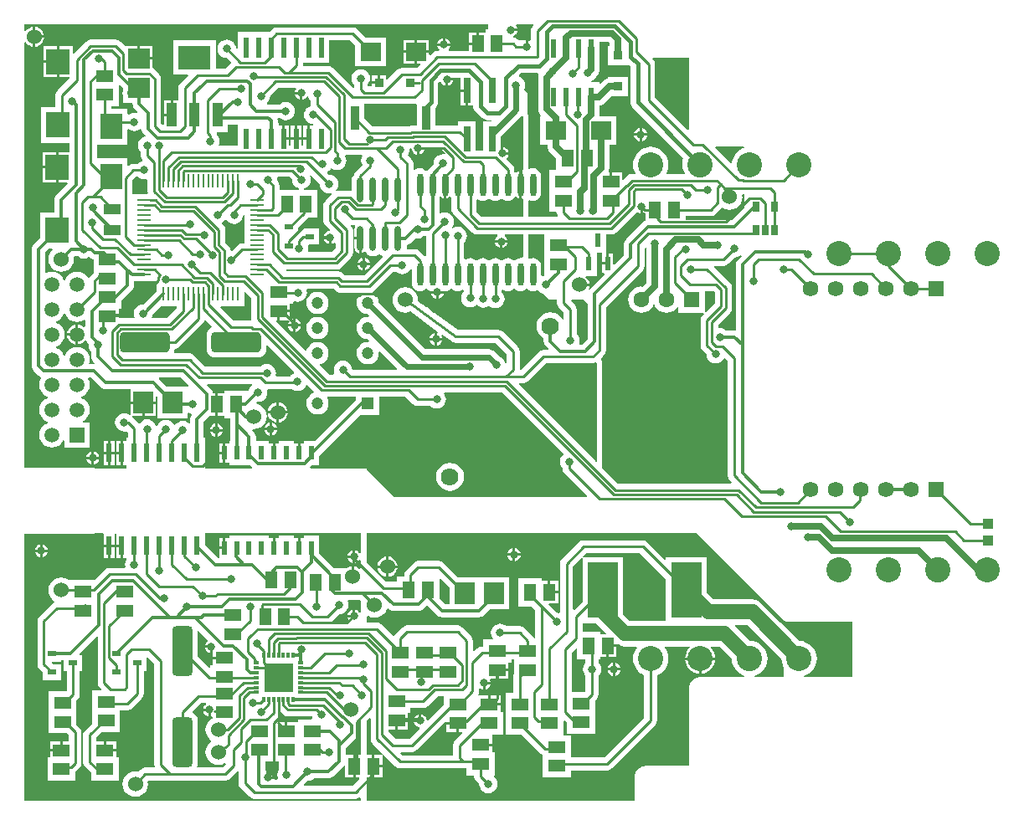
<source format=gtl>
G04 Layer_Physical_Order=1*
G04 Layer_Color=255*
%FSLAX44Y44*%
%MOMM*%
G71*
G01*
G75*
%ADD10R,2.2000X2.6000*%
%ADD11R,1.8000X1.3000*%
%ADD12R,1.3000X1.8000*%
%ADD13R,1.8000X1.1000*%
%ADD14R,0.8200X2.3300*%
%ADD15O,0.6000X2.3000*%
%ADD16C,1.5240*%
%ADD17R,0.6500X1.1000*%
%ADD18R,0.8500X0.6000*%
%ADD19R,1.0000X1.1000*%
%ADD20O,0.7000X2.5000*%
G04:AMPARAMS|DCode=21|XSize=5mm|YSize=2mm|CornerRadius=0.32mm|HoleSize=0mm|Usage=FLASHONLY|Rotation=90.000|XOffset=0mm|YOffset=0mm|HoleType=Round|Shape=RoundedRectangle|*
%AMROUNDEDRECTD21*
21,1,5.0000,1.3600,0,0,90.0*
21,1,4.3600,2.0000,0,0,90.0*
1,1,0.6400,0.6800,2.1800*
1,1,0.6400,0.6800,-2.1800*
1,1,0.6400,-0.6800,-2.1800*
1,1,0.6400,-0.6800,2.1800*
%
%ADD21ROUNDEDRECTD21*%
G04:AMPARAMS|DCode=22|XSize=5mm|YSize=2mm|CornerRadius=0.32mm|HoleSize=0mm|Usage=FLASHONLY|Rotation=0.000|XOffset=0mm|YOffset=0mm|HoleType=Round|Shape=RoundedRectangle|*
%AMROUNDEDRECTD22*
21,1,5.0000,1.3600,0,0,0.0*
21,1,4.3600,2.0000,0,0,0.0*
1,1,0.6400,2.1800,-0.6800*
1,1,0.6400,-2.1800,-0.6800*
1,1,0.6400,-2.1800,0.6800*
1,1,0.6400,2.1800,0.6800*
%
%ADD22ROUNDEDRECTD22*%
%ADD23R,0.5000X1.4300*%
%ADD24R,0.5588X1.9812*%
%ADD25R,0.3000X0.5000*%
%ADD26R,0.5000X0.3000*%
%ADD27R,3.0000X3.0000*%
%ADD28R,0.3000X0.5500*%
%ADD29R,0.5500X0.3000*%
%ADD30R,3.3000X2.4000*%
%ADD31R,1.0000X2.4000*%
%ADD32R,0.5900X2.1200*%
%ADD33R,3.0700X5.6100*%
%ADD34R,2.1000X1.8500*%
%ADD35R,2.2000X2.0000*%
%ADD36R,2.4000X2.6000*%
%ADD37R,2.0000X2.2000*%
%ADD38R,0.7000X2.5000*%
%ADD39R,0.9000X0.9500*%
%ADD40R,0.9500X0.9000*%
%ADD41R,0.6000X1.4500*%
%ADD42R,1.4732X0.2794*%
%ADD43R,0.2794X1.4732*%
%ADD44C,0.6350*%
%ADD45C,0.2540*%
%ADD46C,0.3048*%
%ADD47C,0.6000*%
%ADD48C,0.4000*%
%ADD49C,1.5000*%
%ADD50C,0.3050*%
%ADD51C,1.5000*%
%ADD52R,1.5000X1.5000*%
%ADD53C,2.5400*%
%ADD54O,2.5400X2.5700*%
%ADD55C,1.2000*%
%ADD56R,1.3080X1.3080*%
%ADD57C,1.6000*%
%ADD58R,1.6000X1.6000*%
%ADD59C,1.7800*%
%ADD60C,1.5900*%
%ADD61R,1.5900X1.5900*%
%ADD62C,0.8128*%
G36*
X717000Y1034200D02*
X713900D01*
Y1031540D01*
X707670D01*
Y1020000D01*
X706400D01*
Y1019672D01*
Y1018730D01*
X697360D01*
Y1013000D01*
X677115D01*
X676684Y1014270D01*
X676710Y1014290D01*
X677769Y1015669D01*
X678434Y1017276D01*
X678494Y1017730D01*
X665506D01*
X665566Y1017276D01*
X666231Y1015669D01*
X667290Y1014290D01*
X667316Y1014270D01*
X666885Y1013000D01*
X665403D01*
X662879Y1012498D01*
X660739Y1011068D01*
X660739Y1011068D01*
X658214Y1008543D01*
X657040Y1009029D01*
Y1010730D01*
X645270D01*
Y1000210D01*
X648222D01*
X648708Y999037D01*
X645267Y995597D01*
X629500D01*
X629500Y995597D01*
X626976Y995095D01*
X624835Y993665D01*
X624835Y993664D01*
X614656Y983485D01*
X613483Y983971D01*
Y988080D01*
X607713D01*
Y980790D01*
X606442D01*
Y979520D01*
X599403D01*
Y977097D01*
X594597D01*
Y978385D01*
X594607Y978393D01*
X596092Y980328D01*
X597025Y982582D01*
X597344Y985000D01*
X597025Y987418D01*
X596092Y989672D01*
X594607Y991607D01*
X592672Y993092D01*
X590418Y994025D01*
X588000Y994344D01*
X585582Y994025D01*
X583328Y993092D01*
X581393Y991607D01*
X579908Y989672D01*
X578974Y987418D01*
X578656Y985000D01*
X578974Y982582D01*
X579908Y980328D01*
X581393Y978393D01*
X581403Y978385D01*
Y975563D01*
X580133Y975037D01*
X559506Y995665D01*
X557365Y997095D01*
X554841Y997597D01*
X554841Y997597D01*
X529628D01*
X529297Y998000D01*
X529297Y998000D01*
Y1000350D01*
X556250D01*
Y1023423D01*
X577248D01*
X582300Y1018371D01*
Y997550D01*
X613700D01*
Y1026450D01*
X592880D01*
X584645Y1034685D01*
X582505Y1036114D01*
X579981Y1036617D01*
X579980Y1036617D01*
X503000D01*
X503000Y1036617D01*
X500476Y1036114D01*
X498335Y1034685D01*
X498335Y1034684D01*
X495601Y1031950D01*
X463750D01*
Y1015515D01*
X462480Y1014871D01*
X461881Y1015292D01*
X461601Y1017418D01*
X460668Y1019672D01*
X459183Y1021607D01*
X457248Y1023092D01*
X454994Y1024025D01*
X452576Y1024344D01*
X450157Y1024025D01*
X447904Y1023092D01*
X445969Y1021607D01*
X444484Y1019672D01*
X443550Y1017418D01*
X443232Y1015000D01*
X443550Y1012582D01*
X444484Y1010328D01*
X445969Y1008393D01*
X447904Y1006908D01*
X450157Y1005975D01*
X452576Y1005656D01*
X452589Y1005658D01*
X457152Y1001095D01*
X450714Y994657D01*
X441701D01*
Y1023200D01*
X398301D01*
Y988800D01*
X412812D01*
X413298Y987627D01*
X405335Y979665D01*
X403905Y977524D01*
X403403Y975000D01*
X403403Y975000D01*
Y962540D01*
X398270D01*
Y948000D01*
X397001D01*
Y946730D01*
X389460D01*
Y938137D01*
X387613D01*
X386194Y939556D01*
Y984403D01*
X386194Y984403D01*
X385691Y986928D01*
X384261Y989068D01*
X384261Y989068D01*
X378665Y994665D01*
X376998Y995778D01*
Y1003730D01*
X363458D01*
Y1005000D01*
X362188D01*
Y1017540D01*
X349918D01*
X349918Y1017540D01*
Y1017540D01*
X349016Y1018313D01*
X345141Y1022189D01*
X343000Y1023619D01*
X340476Y1024121D01*
X340476Y1024121D01*
X314814D01*
X314814Y1024121D01*
X312289Y1023619D01*
X310149Y1022189D01*
X310149Y1022188D01*
X297714Y1009753D01*
X296541Y1010239D01*
Y1017540D01*
X283270D01*
Y1002000D01*
Y986460D01*
X293335D01*
X293861Y985190D01*
X281336Y972665D01*
X279906Y970525D01*
X279404Y968000D01*
X279404Y968000D01*
Y956200D01*
X264800D01*
Y919800D01*
X293218D01*
Y910540D01*
X282270D01*
Y895001D01*
Y879461D01*
X291210D01*
X291696Y878287D01*
X280205Y866796D01*
X279127Y865391D01*
X278449Y863755D01*
X278218Y862000D01*
Y849200D01*
X263800D01*
Y823391D01*
X257204Y816796D01*
X256127Y815391D01*
X255449Y813755D01*
X255218Y812000D01*
Y694000D01*
X255449Y692245D01*
X256127Y690609D01*
X257204Y689204D01*
X262204Y684204D01*
X263609Y683127D01*
X264154Y682901D01*
X264607Y681405D01*
X263327Y678315D01*
X262890Y675000D01*
X263327Y671685D01*
X264607Y668595D01*
X266642Y665942D01*
X269295Y663907D01*
X271515Y662987D01*
Y661613D01*
X269295Y660693D01*
X266642Y658658D01*
X264607Y656005D01*
X263327Y652915D01*
X262890Y649600D01*
X263327Y646285D01*
X264607Y643195D01*
X266642Y640542D01*
X269295Y638507D01*
X271515Y637587D01*
Y636213D01*
X269295Y635293D01*
X266642Y633258D01*
X264607Y630605D01*
X263327Y627515D01*
X262890Y624200D01*
X263327Y620885D01*
X264607Y617795D01*
X266642Y615142D01*
X269295Y613107D01*
X272385Y611827D01*
X275700Y611390D01*
X279015Y611827D01*
X282105Y613107D01*
X284758Y615142D01*
X286793Y617795D01*
X287130Y618608D01*
X288400Y618355D01*
Y611500D01*
X313800D01*
Y636900D01*
X306945D01*
X306692Y638170D01*
X307505Y638507D01*
X310158Y640542D01*
X312193Y643195D01*
X313473Y646285D01*
X313910Y649600D01*
X313473Y652915D01*
X312193Y656005D01*
X310158Y658658D01*
X307505Y660693D01*
X305285Y661613D01*
Y662987D01*
X307505Y663907D01*
X310158Y665942D01*
X312193Y668595D01*
X313473Y671685D01*
X313910Y675000D01*
X313473Y678315D01*
X312383Y680948D01*
X313040Y682218D01*
X315191D01*
X325204Y672204D01*
X326609Y671127D01*
X328245Y670449D01*
X330000Y670218D01*
X355460D01*
Y658270D01*
X368000D01*
X380540D01*
Y663209D01*
X381713Y663695D01*
X382800Y662609D01*
Y640800D01*
X413200D01*
Y645586D01*
X414470Y646435D01*
X415582Y645975D01*
X416518Y645851D01*
X417080Y644496D01*
X416577Y643841D01*
X415899Y642206D01*
X415668Y640450D01*
Y636116D01*
X414398Y635768D01*
X412672Y637092D01*
X410418Y638026D01*
X408000Y638344D01*
X405582Y638026D01*
X403328Y637092D01*
X401393Y635607D01*
X400540Y634495D01*
X399092Y634672D01*
X397607Y636607D01*
X395672Y638092D01*
X393418Y639025D01*
X391000Y639343D01*
X388582Y639025D01*
X386328Y638092D01*
X384393Y636607D01*
X382908Y634672D01*
X382187Y632932D01*
X380813D01*
X380092Y634672D01*
X378607Y636607D01*
X376672Y638092D01*
X376443Y638187D01*
X376315Y638315D01*
X374175Y639745D01*
X371650Y640247D01*
X369126Y639745D01*
X366986Y638315D01*
X366320Y637319D01*
X365393Y636607D01*
X364796Y635829D01*
X363284Y635946D01*
X357740Y641489D01*
X356692Y642190D01*
X357066Y643425D01*
X357098Y643460D01*
X366730D01*
Y655730D01*
X355460D01*
Y644913D01*
X354321Y644351D01*
X353583Y644917D01*
X351329Y645850D01*
X348911Y646169D01*
X346493Y645850D01*
X344239Y644917D01*
X342304Y643432D01*
X340819Y641497D01*
X339886Y639243D01*
X339567Y636825D01*
X339886Y634407D01*
X340819Y632153D01*
X342304Y630218D01*
X344239Y628733D01*
X346493Y627799D01*
X348911Y627481D01*
X351083Y627767D01*
X351746Y627412D01*
X352354Y626849D01*
Y621096D01*
X350956D01*
Y618436D01*
X347520D01*
Y605990D01*
Y593544D01*
X350956D01*
Y590884D01*
X349927Y590302D01*
X320613D01*
X320325Y590495D01*
X317800Y590997D01*
X247876D01*
Y1021066D01*
X249146Y1021497D01*
X250484Y1019754D01*
X252606Y1018125D01*
X255078Y1017102D01*
X256460Y1016919D01*
Y1027000D01*
Y1037081D01*
X255078Y1036898D01*
X252606Y1035875D01*
X250484Y1034246D01*
X249146Y1032503D01*
X247876Y1032934D01*
Y1040000D01*
X679000D01*
X679000Y1040000D01*
X717000Y1040000D01*
Y1034200D01*
D02*
G37*
G36*
X762888Y1038627D02*
X761739Y1037477D01*
X760309Y1035337D01*
X759807Y1032812D01*
X759807Y1032812D01*
Y1023946D01*
X758537Y1023098D01*
X757724Y1023434D01*
X757270Y1023494D01*
Y1017000D01*
X754730D01*
Y1023597D01*
X747734D01*
X746665Y1024665D01*
X744525Y1026095D01*
X742345Y1026529D01*
X742154Y1027824D01*
X743331Y1028311D01*
X744710Y1029370D01*
X745769Y1030750D01*
X746434Y1032356D01*
X746494Y1032810D01*
X740000D01*
Y1035350D01*
X746494D01*
X746434Y1035804D01*
X745769Y1037411D01*
X744910Y1038530D01*
X745307Y1039800D01*
X762402D01*
X762888Y1038627D01*
D02*
G37*
G36*
X689260Y973770D02*
X695300D01*
Y972500D01*
X696570D01*
Y957460D01*
X701340D01*
X701818Y956388D01*
X701985Y955120D01*
X702711Y953369D01*
X703865Y951865D01*
X710865Y944865D01*
X712369Y943711D01*
X714120Y942985D01*
X716000Y942738D01*
X720145D01*
X720823Y941468D01*
X720644Y941200D01*
X712000D01*
Y911597D01*
X704000D01*
Y941200D01*
X686600D01*
Y937011D01*
X663300D01*
Y955030D01*
X664135Y955865D01*
X665289Y957369D01*
X666015Y959120D01*
X666262Y961000D01*
Y980125D01*
X667549Y981412D01*
X669047Y981114D01*
X669231Y980669D01*
X670290Y979290D01*
X671669Y978231D01*
X673276Y977566D01*
X673730Y977506D01*
Y984000D01*
X675000D01*
Y985270D01*
X682238D01*
X682705Y985802D01*
X689260D01*
Y973770D01*
D02*
G37*
G36*
X644700Y958760D02*
Y937011D01*
X639201D01*
X637120Y936597D01*
X599733D01*
X591300Y945029D01*
Y959363D01*
X642701D01*
X642701Y959363D01*
X643718Y959566D01*
X644700Y958760D01*
D02*
G37*
G36*
X347258Y975151D02*
Y971305D01*
X347218Y971000D01*
Y969000D01*
X347258Y968695D01*
Y959800D01*
X357218D01*
Y959000D01*
X357449Y957245D01*
X358127Y955609D01*
X359204Y954204D01*
X362413Y950996D01*
X361693Y949919D01*
X361437Y950025D01*
X359019Y950344D01*
X356600Y950025D01*
X354347Y949092D01*
X353470Y948419D01*
X352200Y949045D01*
Y954200D01*
X335597D01*
Y956700D01*
X343200D01*
Y977550D01*
X344373Y978036D01*
X347258Y975151D01*
D02*
G37*
G36*
X522786Y974053D02*
X522231Y973331D01*
X521566Y971724D01*
X521506Y971270D01*
X528000D01*
Y970000D01*
X529270D01*
Y963506D01*
X529724Y963566D01*
X531330Y964231D01*
X532710Y965290D01*
X533695Y966573D01*
X534374Y966597D01*
X535041Y966422D01*
X535908Y964328D01*
X537393Y962393D01*
X537403Y962385D01*
Y958826D01*
X537403Y958826D01*
X537722Y957222D01*
X537582Y957026D01*
X535328Y956092D01*
X533393Y954607D01*
X531908Y952672D01*
X530975Y950418D01*
X530656Y948000D01*
X530975Y945582D01*
X531908Y943328D01*
X533393Y941393D01*
X535328Y939908D01*
X537582Y938975D01*
X539950Y938663D01*
Y936990D01*
X536670D01*
Y923850D01*
X535400D01*
Y922580D01*
X529910D01*
Y916583D01*
X528190D01*
Y922580D01*
X522700D01*
X517210D01*
Y916583D01*
X515490D01*
Y922580D01*
X510000D01*
Y923850D01*
X508730D01*
Y936990D01*
X505450D01*
Y939650D01*
X504082D01*
Y942104D01*
X503851Y943859D01*
X503733Y944145D01*
X504392Y945155D01*
X505626Y945213D01*
X507328Y943908D01*
X509582Y942974D01*
X512000Y942656D01*
X514418Y942974D01*
X516672Y943908D01*
X518607Y945393D01*
X520092Y947328D01*
X521026Y949582D01*
X521344Y952000D01*
X521026Y954418D01*
X520092Y956672D01*
X518607Y958607D01*
X516672Y960092D01*
X514418Y961025D01*
X512000Y961344D01*
X509582Y961025D01*
X507328Y960092D01*
X505621Y958782D01*
X493594D01*
X493163Y960052D01*
X493607Y960393D01*
X495092Y962328D01*
X496026Y964582D01*
X496344Y967000D01*
X496342Y967013D01*
X504652Y975323D01*
X522160D01*
X522786Y974053D01*
D02*
G37*
G36*
X919724Y933264D02*
X918551Y932778D01*
X885597Y965732D01*
Y999384D01*
X885597Y999384D01*
X885095Y1001909D01*
X883665Y1004049D01*
X883664Y1004049D01*
X882763Y1004950D01*
X883249Y1006124D01*
X919724D01*
Y933264D01*
D02*
G37*
G36*
X366308Y933316D02*
X366449Y932245D01*
X367127Y930609D01*
X368204Y929204D01*
X370197Y927212D01*
X370140Y927046D01*
X369648Y925965D01*
X367540Y925092D01*
X365605Y923607D01*
X364120Y921672D01*
X363187Y919418D01*
X362868Y917000D01*
X363187Y914582D01*
X364120Y912328D01*
X365605Y910393D01*
X365616Y910385D01*
Y906788D01*
X365616Y906788D01*
X366118Y904263D01*
X367357Y902409D01*
X366997Y901080D01*
X366582Y901025D01*
X364328Y900092D01*
X362393Y898607D01*
X362385Y898597D01*
X358000D01*
X358000Y898597D01*
X355476Y898095D01*
X353470Y896755D01*
X352559Y896986D01*
X352200Y897135D01*
Y904200D01*
X321474D01*
Y917800D01*
X352200D01*
Y932954D01*
X353470Y933581D01*
X354347Y932908D01*
X356600Y931974D01*
X359019Y931656D01*
X361437Y931974D01*
X363691Y932908D01*
X364975Y933893D01*
X366308Y933316D01*
D02*
G37*
G36*
X463750Y916543D02*
X445324D01*
X444618Y917599D01*
X445025Y918582D01*
X445344Y921000D01*
X445025Y923418D01*
X444092Y925672D01*
X442607Y927607D01*
X442452Y927726D01*
X442095Y929525D01*
X441991Y929680D01*
X442589Y930800D01*
X453200D01*
Y938218D01*
X463750D01*
Y916543D01*
D02*
G37*
G36*
X673620Y909513D02*
X673396Y908139D01*
X673295Y908042D01*
X671000Y908344D01*
X668582Y908026D01*
X666328Y907092D01*
X664393Y905607D01*
X662908Y903672D01*
X661974Y901418D01*
X661656Y899000D01*
X661735Y898402D01*
X656553Y893220D01*
X656415Y893163D01*
X654702Y891848D01*
X653698D01*
X651985Y893163D01*
X649991Y893989D01*
X647850Y894271D01*
X645709Y893989D01*
X643715Y893163D01*
X642359Y892122D01*
X641089Y892614D01*
Y898906D01*
X640587Y901431D01*
X639157Y903571D01*
X639156Y903571D01*
X635357Y907370D01*
X636092Y908328D01*
X637025Y910582D01*
X637344Y913000D01*
X637340Y913027D01*
X638249Y914063D01*
X639284D01*
X639339Y914000D01*
X639566Y912276D01*
X640231Y910669D01*
X641290Y909290D01*
X642670Y908231D01*
X644276Y907566D01*
X644730Y907506D01*
Y914000D01*
X647270D01*
Y907506D01*
X647724Y907566D01*
X649331Y908231D01*
X650710Y909290D01*
X651769Y910669D01*
X652434Y912276D01*
X652661Y914000D01*
X653308Y914737D01*
X668395D01*
X673620Y909513D01*
D02*
G37*
G36*
X975563Y914730D02*
X974367Y914367D01*
X971257Y912705D01*
X968532Y910468D01*
X966295Y907743D01*
X964633Y904633D01*
X963609Y901259D01*
X963414Y899274D01*
X962218Y898846D01*
X946237Y914827D01*
X946723Y916000D01*
X975375D01*
X975563Y914730D01*
D02*
G37*
G36*
X589658Y906740D02*
X589570Y906626D01*
X588637Y904372D01*
X588318Y901954D01*
X588637Y899536D01*
X589538Y897359D01*
X582935Y890757D01*
X581506Y888617D01*
X581165Y886905D01*
X580001Y885387D01*
X579124Y883271D01*
X578825Y881000D01*
Y871823D01*
X577843Y871017D01*
X577180Y871149D01*
X577180Y871149D01*
X564973D01*
X564972Y871149D01*
X563849Y870925D01*
X563133Y872078D01*
X564092Y873328D01*
X565025Y875582D01*
X565344Y878000D01*
X565025Y880418D01*
X564092Y882672D01*
X562607Y884607D01*
X560672Y886092D01*
X558418Y887026D01*
X556000Y887344D01*
X555987Y887342D01*
X554213Y889116D01*
X554462Y890664D01*
X555865Y891740D01*
X557327Y893646D01*
X557577Y893928D01*
X558665Y894219D01*
X559462Y893608D01*
X561716Y892674D01*
X564134Y892356D01*
X566552Y892674D01*
X568806Y893608D01*
X570741Y895093D01*
X572226Y897028D01*
X573159Y899282D01*
X573478Y901700D01*
X573159Y904118D01*
X572226Y906372D01*
X572044Y906609D01*
X572670Y907879D01*
X589096D01*
X589658Y906740D01*
D02*
G37*
G36*
X751493Y946933D02*
X752000Y946761D01*
Y892370D01*
X750730Y891394D01*
X750720Y891396D01*
Y877500D01*
Y863604D01*
X750730Y863606D01*
X752000Y862630D01*
Y844597D01*
X710153D01*
X705247Y849503D01*
Y861747D01*
X706517Y862373D01*
X707215Y861837D01*
X709209Y861011D01*
X711350Y860729D01*
X713491Y861011D01*
X715485Y861837D01*
X717198Y863152D01*
X718202D01*
X719915Y861837D01*
X721909Y861011D01*
X724050Y860729D01*
X726191Y861011D01*
X728185Y861837D01*
X729898Y863152D01*
X730902D01*
X732615Y861837D01*
X734609Y861011D01*
X736750Y860729D01*
X738891Y861011D01*
X740885Y861837D01*
X742598Y863152D01*
X743913Y864865D01*
X744024Y865133D01*
X745288Y865257D01*
X745456Y865006D01*
X747288Y863782D01*
X748180Y863604D01*
Y877500D01*
Y891396D01*
X747288Y891219D01*
X745456Y889994D01*
X745288Y889743D01*
X744024Y889867D01*
X743913Y890135D01*
X743347Y890873D01*
Y892406D01*
X742845Y894930D01*
X741415Y897071D01*
X741414Y897071D01*
X735534Y902951D01*
X735617Y904219D01*
X735710Y904290D01*
X736769Y905669D01*
X737434Y907276D01*
X737494Y907730D01*
X731000D01*
Y909000D01*
X729730D01*
Y916124D01*
X729400Y916413D01*
Y925703D01*
X750730Y947033D01*
X751493Y946933D01*
D02*
G37*
G36*
X839753Y1021074D02*
Y1017850D01*
X838250D01*
Y1012700D01*
Y998450D01*
X858150D01*
Y998450D01*
X858949Y998781D01*
X860738Y996992D01*
Y961000D01*
X860985Y959120D01*
X861711Y957369D01*
X862865Y955865D01*
X914473Y904257D01*
X913609Y901409D01*
X913263Y897900D01*
Y897600D01*
X913609Y894091D01*
X914632Y890717D01*
X915381Y889316D01*
X914728Y888226D01*
X897691D01*
X897038Y889316D01*
X897867Y890867D01*
X898891Y894241D01*
X899237Y897750D01*
X898891Y901259D01*
X897867Y904633D01*
X896205Y907743D01*
X893968Y910468D01*
X891243Y912705D01*
X888133Y914367D01*
X884759Y915391D01*
X881250Y915736D01*
X877741Y915391D01*
X875563Y914730D01*
D01*
X874367Y914367D01*
X871257Y912705D01*
X868531Y910468D01*
X866295Y907743D01*
X864632Y904633D01*
X863609Y901259D01*
X863263Y897750D01*
X863609Y894241D01*
X864632Y890867D01*
X865461Y889316D01*
X864809Y888226D01*
X862239D01*
X862239Y888226D01*
X859715Y887724D01*
X857574Y886294D01*
X853810Y882530D01*
X853214Y882622D01*
X852540Y882982D01*
Y889640D01*
X842270D01*
Y880600D01*
X839730D01*
Y889640D01*
X839634D01*
X838785Y890910D01*
X839159Y891814D01*
X839447Y894000D01*
X839447Y894000D01*
Y917550D01*
X846700D01*
Y946450D01*
X830376D01*
X829538Y947405D01*
X829697Y948612D01*
Y955600D01*
Y957438D01*
X830949Y957603D01*
X832986Y958447D01*
X834735Y959789D01*
X841896Y966950D01*
X858150D01*
Y986350D01*
X838250D01*
Y984913D01*
X837464Y984809D01*
X835426Y983965D01*
X833677Y982623D01*
X833677Y982623D01*
X830417Y979364D01*
X829244Y979850D01*
Y980868D01*
X821070D01*
X820817Y982138D01*
X822670Y982906D01*
X824605Y984391D01*
X826090Y986326D01*
X826669Y987722D01*
X827223Y988277D01*
X828566Y990026D01*
X829409Y992063D01*
X829697Y994250D01*
X829697Y994250D01*
Y1012700D01*
Y1015038D01*
X829409Y1017225D01*
X829244Y1017624D01*
Y1022288D01*
X838539D01*
X839753Y1021074D01*
D02*
G37*
G36*
X518724Y882409D02*
X518722Y882396D01*
X519040Y879978D01*
X519974Y877724D01*
X521459Y875789D01*
X523394Y874304D01*
X525407Y873470D01*
X525155Y872200D01*
X505961D01*
Y876633D01*
X505961Y876633D01*
X505459Y879158D01*
X504029Y881298D01*
X504029Y881298D01*
X503341Y881985D01*
X503343Y881998D01*
X503090Y883919D01*
X503933Y885189D01*
X515944D01*
X518724Y882409D01*
D02*
G37*
G36*
X362393Y885393D02*
X364328Y883908D01*
X366582Y882974D01*
X369000Y882656D01*
X371334Y882963D01*
X371685Y882937D01*
X372604Y882323D01*
Y870549D01*
X372604Y870549D01*
X372879Y869171D01*
X372073Y868189D01*
X356597D01*
Y881267D01*
X360732Y885403D01*
X362385D01*
X362393Y885393D01*
D02*
G37*
G36*
X674520Y863604D02*
X675412Y863782D01*
X677244Y865006D01*
X677412Y865257D01*
X678676Y865133D01*
X678787Y864865D01*
X679353Y864127D01*
Y853050D01*
X679353Y853050D01*
X679855Y850526D01*
X681285Y848385D01*
X700875Y828795D01*
X700875Y828795D01*
X703016Y827365D01*
X705540Y826863D01*
X705540Y826863D01*
X726202D01*
X726550Y825975D01*
X726552Y825593D01*
X725286Y824622D01*
X724227Y823242D01*
X723562Y821636D01*
X723502Y821182D01*
X736490D01*
X736430Y821636D01*
X735765Y823242D01*
X734706Y824622D01*
X733440Y825593D01*
X733442Y825975D01*
X733790Y826863D01*
X752000D01*
Y804108D01*
X750730Y803102D01*
X749450Y803271D01*
X747309Y802989D01*
X745315Y802163D01*
X743602Y800848D01*
X742598D01*
X740885Y802163D01*
X738891Y802989D01*
X736750Y803271D01*
X734609Y802989D01*
X732615Y802163D01*
X730902Y800848D01*
X729898D01*
X728185Y802163D01*
X726191Y802989D01*
X724050Y803271D01*
X721909Y802989D01*
X719915Y802163D01*
X718202Y800848D01*
X717198D01*
X715485Y802163D01*
X713491Y802989D01*
X711350Y803271D01*
X709209Y802989D01*
X707215Y802163D01*
X705502Y800848D01*
X704498D01*
X702785Y802163D01*
X700791Y802989D01*
X698650Y803271D01*
X696509Y802989D01*
X694515Y802163D01*
X693817Y801627D01*
X692547Y802253D01*
Y818756D01*
X692661Y818844D01*
X694146Y820779D01*
X695079Y823033D01*
X695398Y825451D01*
X695079Y827870D01*
X694146Y830123D01*
X692661Y832058D01*
X690726Y833543D01*
X688472Y834477D01*
X686054Y834795D01*
X683636Y834477D01*
X681382Y833543D01*
X680906Y833178D01*
X680043Y834041D01*
X680050Y834148D01*
X680938Y835306D01*
X681871Y837560D01*
X682190Y839978D01*
X681871Y842396D01*
X680938Y844650D01*
X679453Y846585D01*
X677518Y848070D01*
X675264Y849004D01*
X672846Y849322D01*
X670428Y849004D01*
X668602Y848247D01*
X667332Y848887D01*
Y864369D01*
X667713Y864865D01*
X667824Y865133D01*
X669088Y865257D01*
X669256Y865006D01*
X671088Y863782D01*
X671980Y863604D01*
Y877500D01*
X674520D01*
Y863604D01*
D02*
G37*
G36*
X767961Y988928D02*
X767522Y987867D01*
X767234Y985681D01*
Y953920D01*
X767522Y951734D01*
X768365Y949696D01*
X769708Y947947D01*
X770031Y947624D01*
X769545Y946450D01*
X769300D01*
Y917550D01*
X776552D01*
Y916501D01*
X776840Y914314D01*
X777684Y912277D01*
X779027Y910527D01*
X785700Y903854D01*
Y892300D01*
X778800D01*
Y868900D01*
Y849700D01*
X785460D01*
X786403Y849000D01*
X786905Y846476D01*
X787412Y845717D01*
X786814Y844597D01*
X757302D01*
Y860891D01*
X758572Y861607D01*
X760009Y861011D01*
X762150Y860729D01*
X764291Y861011D01*
X766285Y861837D01*
X767998Y863152D01*
X769313Y864865D01*
X770139Y866859D01*
X770421Y869000D01*
Y886000D01*
X770139Y888141D01*
X769313Y890135D01*
X767998Y891848D01*
X766285Y893163D01*
X764291Y893989D01*
X762150Y894271D01*
X760009Y893989D01*
X758572Y893393D01*
X757302Y894109D01*
Y946761D01*
X757268Y946933D01*
X757290Y947107D01*
X757067Y947942D01*
X757000Y948278D01*
Y970300D01*
X753350Y973950D01*
X754025Y975582D01*
X754344Y978000D01*
X754025Y980418D01*
X753092Y982672D01*
X751607Y984607D01*
X749672Y986092D01*
X748316Y986654D01*
X748018Y988152D01*
X750064Y990198D01*
X767112D01*
X767961Y988928D01*
D02*
G37*
G36*
X976000Y854591D02*
X963089Y841680D01*
X916300D01*
Y845403D01*
X941934D01*
X941934Y845403D01*
X944458Y845905D01*
X946598Y847335D01*
X953664Y854401D01*
X953665Y854402D01*
X953737Y854414D01*
X954535Y853802D01*
X957653Y852510D01*
X961000Y852069D01*
X964347Y852510D01*
X967465Y853802D01*
X970143Y855857D01*
X972198Y858535D01*
X973490Y861653D01*
X973931Y865000D01*
X973740Y866448D01*
X974577Y867403D01*
X976000D01*
Y854591D01*
D02*
G37*
G36*
X873270Y848506D02*
X873724Y848566D01*
X875090Y849132D01*
X876360Y848602D01*
Y845403D01*
Y841296D01*
X875094Y840771D01*
X873689Y839694D01*
X856204Y822209D01*
X855127Y820804D01*
X854449Y819169D01*
X854218Y817413D01*
Y806344D01*
X844276Y796403D01*
X843103Y796889D01*
Y807418D01*
X838833D01*
Y797628D01*
X837563D01*
Y796358D01*
X832023D01*
Y787838D01*
X834053D01*
X834539Y786665D01*
X819434Y771561D01*
X818495Y772373D01*
X818898Y773348D01*
X819081Y774730D01*
X809000D01*
Y777270D01*
X819081D01*
X818898Y778652D01*
X817875Y781124D01*
X816246Y783246D01*
X815383Y783908D01*
X815814Y785178D01*
X826763D01*
Y808679D01*
X831999D01*
X832023Y807418D01*
X832023D01*
Y798898D01*
X836293D01*
Y807418D01*
X836287D01*
X836263Y808679D01*
X836263D01*
D01*
Y826863D01*
X841460D01*
X841460Y826863D01*
X843984Y827365D01*
X846125Y828795D01*
X867476Y850147D01*
X868670Y849231D01*
X870276Y848566D01*
X870730Y848506D01*
Y855000D01*
X873270D01*
Y848506D01*
D02*
G37*
G36*
X470584Y846691D02*
Y840009D01*
Y829849D01*
Y818151D01*
X468158D01*
X468157Y818151D01*
X465633Y817648D01*
X463493Y816218D01*
X463493Y816218D01*
X457741Y810467D01*
X456644Y810856D01*
X456458Y810980D01*
X455969Y813443D01*
X454539Y815583D01*
X451177Y818944D01*
Y831444D01*
X451177Y831444D01*
X450675Y833969D01*
X449245Y836109D01*
X447663Y837691D01*
X447995Y839156D01*
X449607Y840393D01*
X450729Y841855D01*
X450948Y841943D01*
X452052D01*
X452271Y841855D01*
X453393Y840393D01*
X455328Y838908D01*
X457582Y837974D01*
X460000Y837656D01*
X462418Y837974D01*
X464672Y838908D01*
X466607Y840393D01*
X468092Y842328D01*
X469025Y844582D01*
X469314Y846774D01*
X470584Y846691D01*
D02*
G37*
G36*
X653953Y805255D02*
X652683Y804870D01*
X652515Y805123D01*
X652514Y805123D01*
X647353Y810285D01*
X645212Y811715D01*
X642688Y812217D01*
X642688Y812217D01*
X635203D01*
X634366Y813172D01*
X634475Y814000D01*
Y816382D01*
X634978Y816448D01*
X636614Y817126D01*
X638018Y818204D01*
X638023Y818210D01*
X643128Y823315D01*
X645414Y823014D01*
X647832Y823333D01*
X650086Y824266D01*
X651793Y825576D01*
X653953D01*
Y805255D01*
D02*
G37*
G36*
X546658Y878013D02*
X546656Y878000D01*
X546974Y875582D01*
X547908Y873328D01*
X549393Y871393D01*
X551328Y869908D01*
X553582Y868975D01*
X556000Y868656D01*
X558247Y868952D01*
X558567Y868606D01*
X558892Y867801D01*
X552335Y861244D01*
X550905Y859104D01*
X550403Y856580D01*
X550403Y856579D01*
Y841120D01*
X550403Y841120D01*
X550905Y838595D01*
X552335Y836455D01*
X556883Y831907D01*
X556411Y830583D01*
X555276Y830434D01*
X553670Y829769D01*
X552290Y828710D01*
X551231Y827330D01*
X550566Y825724D01*
X550506Y825270D01*
X557000D01*
Y824000D01*
X558270D01*
Y817506D01*
X558724Y817566D01*
X560331Y818231D01*
X561133Y818847D01*
X562403Y818221D01*
Y812758D01*
X558782Y809137D01*
X535595D01*
X534784Y810138D01*
X534809Y810407D01*
X535124Y812800D01*
X534805Y815218D01*
X534588Y815744D01*
X535294Y816800D01*
X546200D01*
Y833200D01*
X527300D01*
Y830910D01*
X525970Y830022D01*
X524700Y830678D01*
Y833371D01*
X535129Y843800D01*
X544300D01*
Y872200D01*
X530977D01*
X530725Y873470D01*
X532738Y874304D01*
X534673Y875789D01*
X536158Y877724D01*
X537091Y879978D01*
X537410Y882396D01*
X537091Y884814D01*
X536407Y886468D01*
X537483Y887188D01*
X546658Y878013D01*
D02*
G37*
G36*
X973208Y805253D02*
X969204Y801250D01*
X968127Y799845D01*
X967449Y798209D01*
X967218Y796454D01*
Y730585D01*
X966263Y729747D01*
X966000Y729782D01*
X957379D01*
X955672Y731092D01*
X953418Y732026D01*
X951000Y732344D01*
X950218Y732241D01*
X949263Y733078D01*
Y735550D01*
X961665Y747952D01*
X961665Y747952D01*
X963095Y750092D01*
X963597Y752616D01*
X963597Y752616D01*
Y773000D01*
X963597Y773000D01*
X963095Y775525D01*
X961665Y777665D01*
X961665Y777665D01*
X945099Y794230D01*
X945585Y795403D01*
X955000D01*
X955000Y795403D01*
X957524Y795905D01*
X959665Y797335D01*
X965987Y803658D01*
X966000Y803656D01*
X968418Y803975D01*
X970672Y804908D01*
X972368Y806210D01*
X973208Y805253D01*
D02*
G37*
G36*
X580020Y836683D02*
X581937D01*
X582616Y835413D01*
X581911Y834357D01*
X581442Y832000D01*
Y824270D01*
X587600D01*
Y823000D01*
X588870D01*
Y808094D01*
X589957Y808311D01*
X591452Y809309D01*
X592248Y809503D01*
X593107Y809083D01*
X594095Y807795D01*
X595913Y806401D01*
X598029Y805524D01*
X600300Y805225D01*
X602571Y805524D01*
X604688Y806401D01*
X605680Y807162D01*
X606650Y807713D01*
X607620Y807162D01*
X608613Y806401D01*
X609619Y805984D01*
X609917Y804486D01*
X591423Y785992D01*
X571732D01*
X569724Y788001D01*
X567584Y789431D01*
X565059Y789933D01*
X565059Y789933D01*
X512522D01*
X512388Y790133D01*
X513067Y791403D01*
X563395D01*
X563395Y791403D01*
X565920Y791905D01*
X568060Y793335D01*
X578204Y803480D01*
X578205Y803480D01*
X579635Y805620D01*
X580137Y808145D01*
X580137Y808145D01*
Y831000D01*
X580137Y831000D01*
X579635Y833524D01*
X578205Y835665D01*
X578204Y835665D01*
X578098Y835771D01*
X578724Y836941D01*
X580020Y836683D01*
D02*
G37*
G36*
X639579Y791600D02*
Y778000D01*
X639861Y775859D01*
X640687Y773865D01*
X642002Y772152D01*
X643715Y770837D01*
X645709Y770011D01*
X647850Y769729D01*
X649991Y770011D01*
X651985Y770837D01*
X653698Y772152D01*
X654702D01*
X656415Y770837D01*
X658409Y770011D01*
X658709Y769620D01*
X672825D01*
X672971Y769766D01*
X673250Y769729D01*
X675391Y770011D01*
X677385Y770837D01*
X679098Y772152D01*
X680102D01*
X681815Y770837D01*
X683809Y770011D01*
X685950Y769729D01*
X688091Y770011D01*
X690085Y770837D01*
X690887Y771453D01*
X692157Y770826D01*
Y769377D01*
X692147Y769369D01*
X690662Y767434D01*
X689728Y765180D01*
X689410Y762762D01*
X689728Y760344D01*
X690662Y758090D01*
X692147Y756155D01*
X694082Y754670D01*
X696336Y753736D01*
X698754Y753418D01*
X701172Y753736D01*
X703426Y754670D01*
X705042Y755910D01*
X705244Y755647D01*
X707179Y754162D01*
X709433Y753229D01*
X711851Y752910D01*
X714269Y753229D01*
X716523Y754162D01*
X717837Y755170D01*
D01*
X719482Y753908D01*
X721736Y752974D01*
X724154Y752656D01*
X726572Y752974D01*
X728826Y753908D01*
X730761Y755393D01*
X732246Y757328D01*
X733179Y759582D01*
X733366Y761000D01*
X733498Y762000D01*
X733179Y764418D01*
X732246Y766672D01*
X730761Y768607D01*
X730647Y768695D01*
Y770747D01*
X731917Y771373D01*
X732615Y770837D01*
X734609Y770011D01*
X736750Y769729D01*
X738891Y770011D01*
X740885Y770837D01*
X742598Y772152D01*
X743602D01*
X745315Y770837D01*
X747309Y770011D01*
X749450Y769729D01*
X750730Y769898D01*
X751591Y770011D01*
X753585Y770837D01*
X755298Y772152D01*
X756302D01*
X758015Y770837D01*
X760009Y770011D01*
X762150Y769729D01*
X764291Y770011D01*
X766285Y770837D01*
X766914Y771320D01*
X768393Y769393D01*
X770328Y767908D01*
X772582Y766974D01*
X773093Y766907D01*
X779000Y761000D01*
X786403D01*
Y758000D01*
X786403Y758000D01*
X786905Y755476D01*
X788335Y753335D01*
X793403Y748268D01*
Y741460D01*
X792158Y741212D01*
X792117Y741311D01*
X789856Y744256D01*
X786911Y746516D01*
X783481Y747937D01*
X779800Y748422D01*
X776120Y747937D01*
X772690Y746516D01*
X769744Y744256D01*
X767484Y741311D01*
X766063Y737881D01*
X765579Y734200D01*
X766063Y730519D01*
X767484Y727089D01*
X769744Y724144D01*
X772690Y721884D01*
X773018Y721748D01*
Y719000D01*
X773249Y717245D01*
X773927Y715609D01*
X775005Y714204D01*
X777899Y711310D01*
X777413Y710137D01*
X772540D01*
X772540Y710137D01*
X770016Y709635D01*
X767875Y708205D01*
X752000Y692329D01*
X749867Y690196D01*
X748597Y690722D01*
Y709000D01*
X748095Y711525D01*
X746665Y713665D01*
X746665Y713665D01*
X731665Y728665D01*
X729524Y730095D01*
X727000Y730597D01*
X727000Y730597D01*
X686127D01*
X662220Y747804D01*
D01*
X662086Y747900D01*
X654683Y753229D01*
D01*
X654535Y753335D01*
X651202Y755734D01*
D01*
X650957Y755910D01*
X649125Y757229D01*
D01*
X648987Y757328D01*
X646005Y759474D01*
X645757Y759653D01*
X645899Y760730D01*
X645458Y764077D01*
X644166Y767195D01*
X642111Y769873D01*
X639433Y771928D01*
X636315Y773220D01*
X632968Y773661D01*
X629621Y773220D01*
X626503Y771928D01*
X623825Y769873D01*
X621770Y767195D01*
X620478Y764077D01*
X620037Y760730D01*
X620478Y757383D01*
X621770Y754265D01*
X623825Y751587D01*
X626503Y749532D01*
X629621Y748240D01*
X632968Y747799D01*
X633000Y747804D01*
X636315Y748240D01*
X638037Y748954D01*
X666436Y728514D01*
X665814Y727397D01*
X665724Y727434D01*
X665270Y727494D01*
Y722270D01*
X670494D01*
X670434Y722724D01*
X669769Y724331D01*
X669392Y724822D01*
X670285Y725743D01*
X680146Y718646D01*
X680841Y718329D01*
X681476Y717905D01*
X682001Y717801D01*
X682489Y717579D01*
X683251Y717552D01*
X684000Y717403D01*
X724268D01*
X735403Y706267D01*
D01*
Y696683D01*
X734133Y696600D01*
X734025Y697418D01*
X733092Y699672D01*
X731607Y701607D01*
X729672Y703092D01*
X727850Y703847D01*
X723230Y708467D01*
X721517Y709781D01*
X719522Y710608D01*
X717381Y710889D01*
X653607D01*
X633000Y731497D01*
X606236Y758260D01*
X605912Y760724D01*
X604783Y763448D01*
X602988Y765788D01*
X600648Y767583D01*
X600287Y767733D01*
X600146Y769166D01*
X601680Y770191D01*
X620892Y789403D01*
X623385D01*
X623393Y789393D01*
X625328Y787908D01*
X627582Y786974D01*
X630000Y786656D01*
X632418Y786974D01*
X634672Y787908D01*
X636607Y789393D01*
X638092Y791328D01*
X638309Y791852D01*
X639579Y791600D01*
D02*
G37*
G36*
X773454Y804604D02*
Y785404D01*
X772376Y784940D01*
X771477Y784568D01*
X770421Y785274D01*
Y795000D01*
X770139Y797141D01*
X769313Y799135D01*
X767998Y800848D01*
X766285Y802163D01*
X764291Y802989D01*
X762150Y803271D01*
X760009Y802989D01*
X758270Y802269D01*
X758030Y802329D01*
X757253Y803454D01*
X757266Y803495D01*
X757241Y803803D01*
X757302Y804108D01*
Y826863D01*
X773454D01*
Y804604D01*
D02*
G37*
G36*
X276449Y811598D02*
X275857Y811143D01*
X273802Y808465D01*
X272510Y805347D01*
X272069Y802000D01*
X272510Y798653D01*
X273802Y795535D01*
X275857Y792857D01*
X278535Y790802D01*
X281653Y789510D01*
X285000Y789069D01*
X288347Y789510D01*
X291465Y790802D01*
X294143Y792857D01*
X296198Y795535D01*
X297490Y798653D01*
X297931Y802000D01*
X297667Y804005D01*
X298744Y805216D01*
X301620D01*
X303327Y803906D01*
X305581Y802973D01*
X307999Y802654D01*
X310418Y802973D01*
X312671Y803906D01*
X313534Y804568D01*
X314443Y803659D01*
X315848Y802581D01*
X317484Y801904D01*
X317800Y801862D01*
Y788129D01*
X314335Y784665D01*
X313437Y783320D01*
X313075Y783229D01*
X311929Y783349D01*
X310158Y785658D01*
X307505Y787693D01*
X304415Y788973D01*
X301100Y789409D01*
X297785Y788973D01*
X294695Y787693D01*
X292042Y785658D01*
X290007Y783005D01*
X289087Y780785D01*
X287713D01*
X286793Y783005D01*
X284758Y785658D01*
X282105Y787693D01*
X279015Y788973D01*
X275700Y789409D01*
X272385Y788973D01*
X270052Y788007D01*
X268782Y788839D01*
Y809191D01*
X272391Y812800D01*
X276040D01*
X276449Y811598D01*
D02*
G37*
G36*
X876553Y813481D02*
Y777799D01*
X873009Y774255D01*
X871800Y774414D01*
X868354Y773960D01*
X865143Y772630D01*
X862386Y770514D01*
X860270Y767757D01*
X858940Y764546D01*
X858486Y761100D01*
X858940Y757654D01*
X860270Y754443D01*
X862386Y751685D01*
X865143Y749570D01*
X868354Y748240D01*
X871800Y747786D01*
X875246Y748240D01*
X878457Y749570D01*
X881214Y751685D01*
X883330Y754443D01*
X883865Y755734D01*
X885135D01*
X885670Y754443D01*
X887786Y751685D01*
X890543Y749570D01*
X893754Y748240D01*
X897200Y747786D01*
X900646Y748240D01*
X903857Y749570D01*
X906614Y751685D01*
X908130Y753661D01*
X909400Y753230D01*
Y747900D01*
X934738D01*
X935264Y746630D01*
X933461Y744827D01*
X932031Y742687D01*
X931529Y740163D01*
X931529Y740163D01*
Y714874D01*
X931529Y714874D01*
X932031Y712350D01*
X933461Y710209D01*
X937658Y706013D01*
X937656Y706000D01*
X937974Y703582D01*
X938908Y701328D01*
X940393Y699393D01*
X942328Y697908D01*
X944582Y696974D01*
X947000Y696656D01*
X949418Y696974D01*
X951672Y697908D01*
X953607Y699393D01*
X955092Y701328D01*
X955314Y701863D01*
X956560Y702111D01*
X959111Y699559D01*
Y582930D01*
X959111Y582930D01*
X959613Y580406D01*
X961043Y578265D01*
X963119Y576190D01*
X962633Y575017D01*
X848102D01*
X832112Y591007D01*
X832128Y596904D01*
X832302Y597778D01*
Y651698D01*
Y660499D01*
Y697084D01*
X832150Y697848D01*
X832074Y698623D01*
X831950Y698855D01*
X831898Y699113D01*
X831466Y699761D01*
X831098Y700448D01*
X831062Y700477D01*
X830801Y701130D01*
X830989Y702200D01*
X832420Y703631D01*
D01*
X833975Y705186D01*
X833975Y705186D01*
X835405Y707326D01*
X835907Y709850D01*
X835907Y709850D01*
Y753118D01*
X873124Y790335D01*
X873125Y790335D01*
X874555Y792476D01*
X875057Y795000D01*
Y813157D01*
D01*
X876327Y813698D01*
X876553Y813481D01*
D02*
G37*
G36*
X562455Y770191D02*
X564595Y768761D01*
X567119Y768259D01*
X567120Y768259D01*
X588146D01*
X588577Y766989D01*
X587012Y765788D01*
X585217Y763448D01*
X584088Y760724D01*
X583703Y757800D01*
X584088Y754876D01*
X585217Y752152D01*
X587012Y749812D01*
X589352Y748017D01*
X592076Y746888D01*
X594539Y746564D01*
X596375Y744728D01*
X595813Y743589D01*
X595000Y743697D01*
X592076Y743312D01*
X589352Y742183D01*
X587012Y740388D01*
X585217Y738048D01*
X584088Y735324D01*
X583703Y732400D01*
X584088Y729476D01*
X585217Y726752D01*
X587012Y724412D01*
X589352Y722617D01*
X592076Y721488D01*
X594539Y721164D01*
X596375Y719329D01*
X595813Y718189D01*
X595000Y718297D01*
X592076Y717912D01*
X589352Y716783D01*
X587012Y714988D01*
X585217Y712648D01*
X584088Y709924D01*
X583703Y707000D01*
X584088Y704076D01*
X585217Y701352D01*
X587012Y699012D01*
X589352Y697217D01*
X592076Y696088D01*
X595000Y695703D01*
X597924Y696088D01*
X600648Y697217D01*
X602988Y699012D01*
X604783Y701352D01*
X605912Y704076D01*
X606297Y707000D01*
X606190Y707813D01*
X607329Y708375D01*
X624853Y690850D01*
X624367Y689677D01*
X580518D01*
X579344Y690000D01*
X579025Y692418D01*
X578092Y694672D01*
X576607Y696607D01*
X574672Y698092D01*
X572418Y699025D01*
X570000Y699344D01*
X567582Y699025D01*
X565328Y698092D01*
X563393Y696607D01*
X561908Y694672D01*
X560975Y692418D01*
X560656Y690000D01*
X560975Y687582D01*
X561461Y686407D01*
X560612Y685137D01*
X555975D01*
X546283Y694829D01*
X546691Y696031D01*
X547124Y696088D01*
X549848Y697217D01*
X552188Y699012D01*
X553983Y701352D01*
X555112Y704076D01*
X555497Y707000D01*
X555112Y709924D01*
X553983Y712648D01*
X552188Y714988D01*
X549848Y716783D01*
X547124Y717912D01*
X544200Y718297D01*
X541276Y717912D01*
X538552Y716783D01*
X536212Y714988D01*
X534417Y712648D01*
X533288Y709924D01*
X533231Y709491D01*
X532029Y709083D01*
X501925Y739187D01*
X502411Y740360D01*
X503730D01*
Y749400D01*
X505000D01*
Y750670D01*
X516540D01*
Y756900D01*
X519200D01*
Y758788D01*
X520470Y759637D01*
X521838Y759071D01*
X524256Y758752D01*
X526674Y759071D01*
X528928Y760004D01*
X530863Y761489D01*
X532348Y763424D01*
X533282Y765678D01*
X533600Y768096D01*
X533282Y770514D01*
X533021Y771143D01*
X533727Y772199D01*
X560446D01*
X562455Y770191D01*
D02*
G37*
G36*
X381416Y779811D02*
X381811Y778705D01*
Y769844D01*
X368275Y756308D01*
X368000Y756344D01*
X365582Y756025D01*
X363328Y755092D01*
X361393Y753607D01*
X359908Y751672D01*
X358974Y749418D01*
X358656Y747000D01*
X358974Y744582D01*
X359438Y743463D01*
X358732Y742407D01*
X343540D01*
Y743130D01*
X332000D01*
Y745670D01*
X343540D01*
Y751900D01*
X346200D01*
Y760109D01*
X356796Y770704D01*
X357873Y772109D01*
X358551Y773745D01*
X358782Y775500D01*
Y779626D01*
X368850D01*
X370256Y779811D01*
X381416D01*
D02*
G37*
G36*
X945863Y768387D02*
Y757229D01*
X937070Y748436D01*
X935800Y748962D01*
Y769693D01*
X944557D01*
X945863Y768387D01*
D02*
G37*
G36*
X401877Y752247D02*
X392037Y742407D01*
X377268D01*
X376562Y743463D01*
X377025Y744582D01*
X377222Y746072D01*
X385433Y754284D01*
X401877D01*
Y752247D01*
D02*
G37*
G36*
X477408Y763002D02*
Y741357D01*
X477408Y741357D01*
X477542Y740685D01*
X477489Y740579D01*
X476464Y739597D01*
X459644D01*
X446130Y753111D01*
X446616Y754284D01*
X470189D01*
Y768562D01*
X471362Y769048D01*
X477408Y763002D01*
D02*
G37*
G36*
X290007Y744795D02*
X292042Y742142D01*
X294695Y740107D01*
X297785Y738827D01*
X301100Y738390D01*
X304415Y738827D01*
X307505Y740107D01*
X308079Y740547D01*
X309218Y739986D01*
Y733649D01*
X307948Y733201D01*
X306163Y734570D01*
X303721Y735582D01*
X302370Y735759D01*
Y725800D01*
Y715841D01*
X303721Y716018D01*
X306163Y717030D01*
X308261Y718639D01*
X308936Y719519D01*
X310366Y719297D01*
X311204Y718204D01*
X312860Y716549D01*
X312656Y715000D01*
X312974Y712582D01*
X313908Y710328D01*
X315218Y708621D01*
Y703540D01*
X315449Y701785D01*
X316127Y700149D01*
X317204Y698744D01*
X319020Y696929D01*
X318427Y695726D01*
X318000Y695782D01*
X314076D01*
X313371Y696838D01*
X313473Y697085D01*
X313910Y700400D01*
X313473Y703715D01*
X312193Y706805D01*
X310158Y709458D01*
X307505Y711493D01*
X304415Y712773D01*
X301100Y713210D01*
X297785Y712773D01*
X294695Y711493D01*
X292042Y709458D01*
X290007Y706805D01*
X289087Y704585D01*
X287713D01*
X286793Y706805D01*
X284758Y709458D01*
X282105Y711493D01*
X279885Y712413D01*
Y713787D01*
X282105Y714707D01*
X284758Y716742D01*
X286793Y719395D01*
X288073Y722485D01*
X288510Y725800D01*
X288073Y729115D01*
X286793Y732205D01*
X284758Y734858D01*
X282105Y736893D01*
X279885Y737813D01*
Y739187D01*
X282105Y740107D01*
X284758Y742142D01*
X286793Y744795D01*
X287713Y747015D01*
X289087D01*
X290007Y744795D01*
D02*
G37*
G36*
X817448Y756552D02*
Y721375D01*
X811855Y715782D01*
X809423D01*
X808717Y716838D01*
X809025Y717582D01*
X809344Y720000D01*
X809025Y722418D01*
X808092Y724672D01*
X806607Y726607D01*
X806597Y726615D01*
Y751000D01*
X806597Y751000D01*
X806095Y753524D01*
X804665Y755665D01*
X804665Y755665D01*
X800599Y759730D01*
X801125Y761000D01*
X813000D01*
X817448Y756552D01*
D02*
G37*
G36*
X827000Y697084D02*
Y597778D01*
X825827Y597292D01*
X747809Y675310D01*
X748295Y676483D01*
X752080D01*
X752080Y676483D01*
X754604Y676985D01*
X756745Y678415D01*
X775273Y696943D01*
X823000D01*
X823000Y696943D01*
X825525Y697445D01*
X825880Y697683D01*
X827000Y697084D01*
D02*
G37*
G36*
X437223Y733698D02*
X436975Y732453D01*
X436214Y732138D01*
X434459Y730791D01*
X433113Y729036D01*
X432266Y726993D01*
X431978Y724800D01*
Y711200D01*
X432266Y709007D01*
X433113Y706964D01*
X434459Y705209D01*
X436214Y703863D01*
X438257Y703016D01*
X440450Y702728D01*
X484050D01*
X486243Y703016D01*
X488286Y703863D01*
X490041Y705209D01*
X491387Y706964D01*
X492234Y709007D01*
X492523Y711200D01*
Y714489D01*
X493696Y714975D01*
X520655Y688016D01*
X520357Y686518D01*
X519328Y686092D01*
X517393Y684607D01*
X516618Y683597D01*
X502812D01*
X502063Y684867D01*
X502344Y687000D01*
X502025Y689418D01*
X501092Y691672D01*
X499607Y693607D01*
X497672Y695092D01*
X495418Y696025D01*
X493000Y696344D01*
X490582Y696025D01*
X488328Y695092D01*
X486393Y693607D01*
X486385Y693597D01*
X430732D01*
X419665Y704665D01*
X417524Y706095D01*
X415000Y706597D01*
X415000Y706597D01*
X400110D01*
X399262Y707867D01*
X399734Y709007D01*
X400023Y711200D01*
Y711408D01*
X402524Y711906D01*
X404665Y713335D01*
X428125Y736796D01*
X428125Y736796D01*
X429555Y738936D01*
X429695Y739642D01*
X430910Y740010D01*
X437223Y733698D01*
D02*
G37*
G36*
X413899Y674180D02*
X413084Y673200D01*
X391391D01*
X383780Y680811D01*
X384306Y682081D01*
X405998D01*
X413899Y674180D01*
D02*
G37*
G36*
X478679Y674593D02*
X477392Y673606D01*
X475907Y671671D01*
X474973Y669417D01*
X474950Y669242D01*
X474570Y669001D01*
X473300Y669200D01*
Y669200D01*
X449900D01*
Y666540D01*
X443670D01*
Y655000D01*
Y643460D01*
X449900D01*
Y640800D01*
X455718D01*
Y635000D01*
Y618350D01*
X454800D01*
Y615690D01*
X451170D01*
Y606000D01*
Y596310D01*
X454800D01*
Y593650D01*
X476184D01*
X478262Y591572D01*
X477736Y590302D01*
X431473D01*
X430444Y590884D01*
Y621096D01*
X429232D01*
Y637641D01*
X435051Y643460D01*
X441130D01*
Y655000D01*
Y666540D01*
X438668D01*
X438551Y667426D01*
X437873Y669062D01*
X436796Y670466D01*
X432572Y674690D01*
X433058Y675863D01*
X478248D01*
X478679Y674593D01*
D02*
G37*
G36*
X540504Y668167D02*
X540206Y666668D01*
X538552Y665983D01*
X536212Y664188D01*
X534417Y661848D01*
X533288Y659124D01*
X532904Y656200D01*
X533288Y653276D01*
X534417Y650552D01*
X536212Y648212D01*
X538552Y646417D01*
X541276Y645288D01*
X544200Y644903D01*
X547124Y645288D01*
X549848Y646417D01*
X552188Y648212D01*
X553983Y650552D01*
X555112Y653276D01*
X555497Y656200D01*
X555112Y659124D01*
X554089Y661593D01*
X554627Y662863D01*
X583260D01*
Y659851D01*
X541759Y618350D01*
X530400D01*
Y615690D01*
X526770D01*
Y606000D01*
X524230D01*
Y615690D01*
X520600D01*
Y618350D01*
X505200D01*
Y615690D01*
X501570D01*
Y606000D01*
X499030D01*
Y615690D01*
X495400D01*
Y618350D01*
X481882D01*
Y622400D01*
X481651Y624155D01*
X480973Y625791D01*
X479896Y627196D01*
X478045Y629046D01*
X478639Y630249D01*
X480000Y630069D01*
X483347Y630510D01*
X486465Y631802D01*
X489143Y633857D01*
X491198Y636535D01*
X492490Y639653D01*
X492931Y643000D01*
X492490Y646347D01*
X491198Y649465D01*
X489143Y652143D01*
X486465Y654198D01*
X483347Y655490D01*
X482768Y655566D01*
X482360Y656769D01*
X483334Y657742D01*
X483999Y657655D01*
X486417Y657973D01*
X488671Y658907D01*
X490606Y660391D01*
X492091Y662327D01*
X493025Y664580D01*
X493343Y666999D01*
X493062Y669133D01*
X493810Y670403D01*
X518683D01*
X519328Y669908D01*
X521582Y668975D01*
X524000Y668656D01*
X526418Y668975D01*
X528672Y669908D01*
X530607Y671393D01*
X532092Y673328D01*
X532518Y674357D01*
X534016Y674655D01*
X540504Y668167D01*
D02*
G37*
G36*
X752000Y646040D02*
D01*
X792717Y605323D01*
X792634Y604056D01*
X792049Y603607D01*
X790564Y601672D01*
X789631Y599418D01*
X789312Y597000D01*
X789631Y594582D01*
X790564Y592328D01*
X792049Y590393D01*
X792059Y590385D01*
Y590344D01*
X792059Y590344D01*
X792561Y587819D01*
X793991Y585679D01*
X817101Y562570D01*
X816615Y561397D01*
X621603D01*
X594000Y589000D01*
Y590200D01*
X550512D01*
X550000Y590302D01*
X537264D01*
X536738Y591572D01*
X538816Y593650D01*
X545800D01*
Y603209D01*
X587051Y644460D01*
X606740D01*
Y662863D01*
X633268D01*
X634270Y661861D01*
X640795Y655335D01*
X640795Y655335D01*
X642935Y653905D01*
X645460Y653403D01*
X645460Y653403D01*
X658385D01*
X658393Y653393D01*
X660328Y651908D01*
X662582Y650975D01*
X665000Y650656D01*
X667418Y650975D01*
X669672Y651908D01*
X671607Y653393D01*
X673092Y655328D01*
X674025Y657582D01*
X674344Y660000D01*
X674025Y662418D01*
X673092Y664672D01*
X671971Y666133D01*
X672575Y667403D01*
X730637D01*
X752000Y646040D01*
D02*
G37*
G36*
X551400Y524803D02*
X588000D01*
Y504766D01*
X586857Y504370D01*
X586730Y504381D01*
X585710Y505710D01*
X584330Y506769D01*
X582724Y507434D01*
X582270Y507494D01*
Y501000D01*
Y494506D01*
X582724Y494566D01*
X584330Y495231D01*
X585710Y496290D01*
X586730Y497619D01*
X586857Y497630D01*
X588000Y497234D01*
Y489269D01*
X586730Y488642D01*
X585124Y489875D01*
X582652Y490899D01*
X581270Y491081D01*
Y481000D01*
X578730D01*
Y491081D01*
X577348Y490899D01*
X574876Y489875D01*
X573724Y488991D01*
X573300Y489200D01*
Y489200D01*
X561016D01*
X545800Y504416D01*
Y522350D01*
X530400D01*
Y519690D01*
X526770D01*
Y510000D01*
X524230D01*
Y519690D01*
X520600D01*
Y522350D01*
X505200D01*
Y519690D01*
X501570D01*
Y510000D01*
X499030D01*
Y519690D01*
X495400D01*
Y522350D01*
X454800D01*
Y519690D01*
X451170D01*
Y510000D01*
X449900D01*
Y508730D01*
X444860D01*
Y500311D01*
X443808Y499783D01*
X430444Y513147D01*
Y524698D01*
X550000D01*
X550964Y524890D01*
X551400Y524803D01*
D02*
G37*
G36*
X328216Y524456D02*
X328216Y523428D01*
Y513280D01*
X333550D01*
X338884D01*
X338884Y523920D01*
X339900Y524506D01*
X340916Y523920D01*
Y513280D01*
X346250D01*
Y512010D01*
X347520D01*
Y499564D01*
X350956D01*
Y497735D01*
X350908Y497672D01*
X349975Y495418D01*
X349656Y493000D01*
X349923Y490975D01*
X349126Y489705D01*
X333756D01*
X333756Y489705D01*
X331231Y489203D01*
X329091Y487773D01*
X329091Y487772D01*
X318619Y477300D01*
X292800D01*
X292800Y477300D01*
Y477300D01*
X291812Y477933D01*
X291465Y478198D01*
X288347Y479490D01*
X285000Y479931D01*
X281653Y479490D01*
X278535Y478198D01*
X275857Y476143D01*
X273802Y473465D01*
X272510Y470347D01*
X272069Y467000D01*
X272510Y463653D01*
X273802Y460535D01*
X275857Y457857D01*
X278412Y455896D01*
X278428Y455391D01*
X278211Y454561D01*
X277875Y454495D01*
X275735Y453065D01*
X275735Y453064D01*
X262985Y440315D01*
X261555Y438175D01*
X261053Y435650D01*
X261053Y435650D01*
Y392000D01*
X261053Y392000D01*
X261555Y389476D01*
X262985Y387335D01*
X266200Y384121D01*
Y375800D01*
X285100D01*
Y392200D01*
X276779D01*
X275449Y393530D01*
X275975Y394800D01*
X285100D01*
Y396218D01*
X287700D01*
Y385300D01*
X290553D01*
Y364800D01*
X272200D01*
Y341400D01*
Y322200D01*
X290870D01*
X292403Y320667D01*
Y314140D01*
X286670D01*
Y305100D01*
X285400D01*
Y303830D01*
X273860D01*
Y297600D01*
X271200D01*
Y274200D01*
X299600D01*
Y283292D01*
X299664Y283335D01*
X303664Y287335D01*
X303665Y287335D01*
X305095Y289475D01*
X305597Y292000D01*
Y323399D01*
X305597Y323399D01*
X305095Y325924D01*
X303665Y328064D01*
X303664Y328064D01*
X300600Y331129D01*
Y341400D01*
Y355871D01*
X301814Y357086D01*
X301815Y357086D01*
X303244Y359226D01*
X303747Y361750D01*
X303747Y361750D01*
Y385300D01*
X306600D01*
Y401700D01*
X303950D01*
X303464Y402873D01*
X320820Y420229D01*
X321994Y419743D01*
Y373410D01*
X321994Y373410D01*
X322496Y370885D01*
X323926Y368745D01*
X325698Y366973D01*
X325211Y365800D01*
X316200D01*
Y342400D01*
Y332129D01*
X309335Y325265D01*
X307905Y323124D01*
X307403Y320600D01*
X307403Y320600D01*
Y293000D01*
X307403Y293000D01*
X307905Y290476D01*
X309335Y288335D01*
X315200Y282471D01*
Y274200D01*
X343600D01*
Y297600D01*
X340940D01*
Y303830D01*
X329400D01*
Y305100D01*
X328130D01*
Y314140D01*
X320597D01*
Y317867D01*
X325929Y323200D01*
X344600D01*
Y342400D01*
Y345403D01*
X352000D01*
X352000Y345403D01*
X354524Y345905D01*
X356664Y347335D01*
X366665Y357335D01*
X366665Y357335D01*
X368095Y359476D01*
X368597Y362000D01*
Y385300D01*
X371600D01*
Y398411D01*
X372773Y398897D01*
X379403Y392268D01*
Y290000D01*
X379403Y290000D01*
X379686Y288578D01*
X378880Y287597D01*
X370000D01*
X367476Y287095D01*
X365335Y285665D01*
X365335Y285665D01*
X363182Y283512D01*
X360000Y283931D01*
X356653Y283490D01*
X353535Y282198D01*
X350857Y280143D01*
X348802Y277465D01*
X347510Y274347D01*
X347069Y271000D01*
X347510Y267653D01*
X348802Y264535D01*
X350857Y261857D01*
X353535Y259802D01*
X356653Y258510D01*
X360000Y258069D01*
X363347Y258510D01*
X366465Y259802D01*
X369143Y261857D01*
X371198Y264535D01*
X372490Y267653D01*
X372931Y271000D01*
X372645Y273169D01*
X373739Y274403D01*
X395000D01*
X395000Y274403D01*
X395000Y274403D01*
X451000D01*
X451000Y274403D01*
X453524Y274905D01*
X455665Y276335D01*
X463133Y283804D01*
X464403Y283278D01*
Y272000D01*
X464403Y272000D01*
X464905Y269476D01*
X466335Y267335D01*
X475699Y257971D01*
X475699Y257971D01*
X477840Y256541D01*
X480364Y256039D01*
X480364Y256039D01*
X582636D01*
X582636Y256039D01*
X585160Y256541D01*
X586730Y257590D01*
X588000Y256911D01*
Y254277D01*
X247876D01*
Y524303D01*
X317800D01*
X319785Y524698D01*
X327047D01*
X328216Y524456D01*
D02*
G37*
G36*
X677600Y469971D02*
Y453282D01*
X672809D01*
X667300Y458791D01*
Y478611D01*
X668473Y479098D01*
X677600Y469971D01*
D02*
G37*
G36*
X812250Y499125D02*
Y455779D01*
X803770Y447299D01*
X802597Y447785D01*
Y491268D01*
X810980Y499651D01*
X812250Y499125D01*
D02*
G37*
G36*
X588000Y456409D02*
Y444766D01*
X586857Y444370D01*
X586730Y444381D01*
X585710Y445710D01*
X584330Y446769D01*
X582724Y447434D01*
X582270Y447494D01*
Y441000D01*
X581000D01*
Y439730D01*
X574506D01*
X574566Y439276D01*
X575231Y437669D01*
X576290Y436290D01*
X576902Y435821D01*
X576470Y434551D01*
X559398D01*
X559236Y435083D01*
X559150Y435821D01*
X565987Y442658D01*
X566000Y442656D01*
X568418Y442975D01*
X570672Y443908D01*
X572607Y445393D01*
X574092Y447328D01*
X575025Y449582D01*
X575344Y452000D01*
X575025Y454418D01*
X574367Y456008D01*
X575145Y457278D01*
X587131D01*
X588000Y456409D01*
D02*
G37*
G36*
X896650Y478221D02*
Y435810D01*
X860306D01*
X853350Y442766D01*
Y500250D01*
X813375D01*
X812849Y501520D01*
X815732Y504403D01*
X870467D01*
X896650Y478221D01*
D02*
G37*
G36*
X836171Y423713D02*
X835685Y422540D01*
X830100D01*
Y425200D01*
X812597D01*
Y433750D01*
X826135D01*
X836171Y423713D01*
D02*
G37*
G36*
X963264Y397621D02*
Y397600D01*
X963609Y394091D01*
X964633Y390717D01*
X966295Y387607D01*
X968532Y384881D01*
X971257Y382645D01*
X974367Y380982D01*
X976160Y380438D01*
X975972Y379168D01*
X931289Y379126D01*
X930924Y379053D01*
X930552Y379084D01*
X929440Y378958D01*
X928737Y378733D01*
X928007Y378629D01*
X926951Y378259D01*
X926316Y377883D01*
X925627Y377620D01*
X924679Y377024D01*
X924143Y376516D01*
X923529Y376106D01*
X922738Y375314D01*
X922328Y374700D01*
X921820Y374163D01*
X921225Y373215D01*
X920962Y372525D01*
X920587Y371888D01*
X920217Y370831D01*
X920194Y370666D01*
X920114Y370100D01*
X919890Y369396D01*
X919765Y368284D01*
X919797Y367914D01*
X919724Y367550D01*
Y289327D01*
X876743D01*
X876377Y289254D01*
X876005Y289285D01*
X874449Y289109D01*
X873746Y288885D01*
X873015Y288782D01*
X871958Y288412D01*
X871323Y288037D01*
X870633Y287774D01*
X869685Y287178D01*
X869148Y286670D01*
X868533Y286259D01*
X867741Y285467D01*
X867330Y284853D01*
D01*
X866822Y284315D01*
X866227Y283367D01*
X865963Y282677D01*
X865588Y282042D01*
X865219Y280985D01*
X865115Y280254D01*
X864891Y279550D01*
X864765Y278437D01*
X864797Y278066D01*
X864724Y277700D01*
Y254277D01*
X594000D01*
Y277460D01*
X599430D01*
Y289000D01*
Y300540D01*
X594000D01*
Y334671D01*
X596850Y337521D01*
X598023Y337035D01*
Y316380D01*
X598023Y316380D01*
X598525Y313856D01*
X599955Y311715D01*
X609946Y301725D01*
X609335Y300540D01*
X601970D01*
Y290270D01*
X609740D01*
Y300135D01*
X610925Y300746D01*
X622935Y288736D01*
X625075Y287306D01*
X627600Y286804D01*
X627600Y286804D01*
X691600D01*
X691600Y286804D01*
X691600Y286804D01*
X695200D01*
Y279600D01*
X702060D01*
X702803Y278600D01*
X703306Y276075D01*
X704735Y273935D01*
X707658Y271013D01*
X707656Y271000D01*
X707974Y268582D01*
X708908Y266328D01*
X710393Y264393D01*
X712328Y262908D01*
X714582Y261975D01*
X717000Y261656D01*
X719418Y261975D01*
X721672Y262908D01*
X723607Y264393D01*
X725092Y266328D01*
X726025Y268582D01*
X726344Y271000D01*
X726025Y273418D01*
X725092Y275672D01*
X723607Y277607D01*
X722665Y278330D01*
X723096Y279600D01*
X723600D01*
Y303000D01*
X720940D01*
Y309230D01*
X709400D01*
Y311770D01*
X720940D01*
Y319540D01*
X720940D01*
X721205Y320700D01*
X732200D01*
Y344100D01*
X729540D01*
Y350330D01*
X718000D01*
Y351600D01*
X716730D01*
Y360640D01*
X707729D01*
X707050Y361910D01*
X707095Y361976D01*
X707597Y364501D01*
X707597Y364501D01*
Y367221D01*
X708867Y367847D01*
X709669Y367231D01*
X711276Y366566D01*
X711730Y366506D01*
Y373000D01*
X713000D01*
Y374270D01*
X719494D01*
X719434Y374724D01*
X718868Y376090D01*
X719398Y377360D01*
X724730D01*
Y386400D01*
X726000D01*
Y387670D01*
X737540D01*
Y393900D01*
X740200D01*
Y396903D01*
X742800D01*
Y382496D01*
X742403Y380500D01*
X742403Y380500D01*
Y363300D01*
X734800D01*
Y339900D01*
Y320700D01*
X750971D01*
X769935Y301735D01*
X772076Y300306D01*
X772200Y300281D01*
Y296800D01*
Y277600D01*
X800600D01*
Y284804D01*
X837400D01*
X837400Y284804D01*
X839925Y285306D01*
X842065Y286736D01*
X866727Y311397D01*
X885915Y330585D01*
X887345Y332725D01*
X887847Y335250D01*
X887847Y335250D01*
Y370666D01*
Y381045D01*
X888133Y381132D01*
X890879Y382600D01*
X891243Y382794D01*
X893968Y385031D01*
X896205Y387757D01*
X897867Y390867D01*
X898891Y394241D01*
X899237Y397750D01*
X898891Y401259D01*
X897867Y404633D01*
X896205Y407743D01*
X895139Y409042D01*
X895682Y410190D01*
X920501D01*
X920929Y408995D01*
X920421Y408578D01*
X918517Y406258D01*
X917102Y403610D01*
X916230Y400737D01*
X916061Y399020D01*
X931250D01*
X946439D01*
X946269Y400737D01*
X945398Y403610D01*
X943983Y406258D01*
X942078Y408578D01*
X941571Y408995D01*
X941999Y410190D01*
X950694D01*
X963264Y397621D01*
D02*
G37*
G36*
X433477Y416932D02*
X433203Y415410D01*
X432290Y414710D01*
X431231Y413330D01*
X430566Y411724D01*
X430506Y411270D01*
X437000D01*
Y410000D01*
X438270D01*
Y402735D01*
X438460Y402568D01*
Y399870D01*
X450000D01*
Y397330D01*
X438460D01*
Y391100D01*
X435800D01*
Y388938D01*
X434627Y388452D01*
X423073Y400007D01*
Y425677D01*
X424246Y426163D01*
X433477Y416932D01*
D02*
G37*
G36*
X1014635Y437436D02*
X1014635Y437436D01*
X1015700Y436724D01*
D01*
X1016776Y436006D01*
X1019300Y435503D01*
X1019300Y435504D01*
X1084724D01*
Y379271D01*
X1036220Y379225D01*
X1036031Y380495D01*
X1038133Y381132D01*
X1041243Y382794D01*
X1043969Y385031D01*
X1046206Y387757D01*
X1047868Y390867D01*
X1048891Y394241D01*
X1049237Y397750D01*
X1048891Y401259D01*
X1047868Y404633D01*
X1046206Y407743D01*
X1043969Y410468D01*
X1041243Y412705D01*
X1038133Y414367D01*
X1034759Y415391D01*
X1031393Y415722D01*
X1012443Y434672D01*
X993058Y454058D01*
X990405Y456093D01*
X987315Y457373D01*
X984000Y457809D01*
X944506D01*
X937750Y464565D01*
Y500250D01*
X896650D01*
Y498538D01*
X895477Y498052D01*
X877865Y515665D01*
X875724Y517095D01*
X873200Y517597D01*
X873200Y517597D01*
X813000D01*
X810475Y517095D01*
X808335Y515665D01*
X808335Y515664D01*
X791335Y498665D01*
X789905Y496525D01*
X789403Y494000D01*
X789403Y494000D01*
Y444812D01*
X788133Y444063D01*
X786000Y444344D01*
X785987Y444342D01*
X778043Y452287D01*
X778529Y453460D01*
X787640D01*
Y463730D01*
X778600D01*
Y465000D01*
X777330D01*
Y476540D01*
X771100D01*
Y479200D01*
X747700D01*
Y450800D01*
X760871D01*
X764403Y447267D01*
Y418452D01*
X763133Y418327D01*
X763094Y418525D01*
X761664Y420665D01*
X761664Y420665D01*
X753665Y428665D01*
X751525Y430095D01*
X749000Y430597D01*
X749000Y430597D01*
X735615D01*
X735607Y430607D01*
X733672Y432092D01*
X731418Y433026D01*
X729000Y433344D01*
X726582Y433026D01*
X724328Y432092D01*
X722393Y430607D01*
X720908Y428672D01*
X719975Y426418D01*
X719656Y424000D01*
X719975Y421582D01*
X720908Y419328D01*
X721490Y418570D01*
X720863Y417300D01*
X711800D01*
Y410097D01*
X710500D01*
X710500Y410097D01*
X707975Y409594D01*
X705835Y408164D01*
X705835Y408164D01*
X702810Y405139D01*
X701637Y405625D01*
Y415960D01*
X701637Y415960D01*
X701135Y418484D01*
X699705Y420625D01*
X699705Y420625D01*
X690665Y429665D01*
X688524Y431095D01*
X686000Y431597D01*
X686000Y431597D01*
X635000D01*
X632476Y431095D01*
X630335Y429665D01*
X630335Y429664D01*
X623635Y422965D01*
X622244Y420882D01*
X622092Y420718D01*
X620891Y420438D01*
X608711Y432619D01*
X606571Y434049D01*
X604046Y434551D01*
X604046Y434551D01*
X594000D01*
Y440544D01*
X595139Y441105D01*
X595535Y440802D01*
X598653Y439510D01*
X602000Y439069D01*
X605347Y439510D01*
X608465Y440802D01*
X611143Y442857D01*
X613198Y445535D01*
X614255Y448087D01*
X615663Y448475D01*
X616204Y447934D01*
X617609Y446856D01*
X619245Y446179D01*
X621000Y445948D01*
X646230D01*
X647985Y446179D01*
X649621Y446856D01*
X651025Y447934D01*
X655000Y451909D01*
X665204Y441704D01*
X666609Y440626D01*
X668245Y439949D01*
X670000Y439718D01*
X707500D01*
X709255Y439949D01*
X710891Y440626D01*
X712295Y441704D01*
X718491Y447900D01*
X738000D01*
Y480300D01*
X685929D01*
X671565Y494665D01*
X669424Y496095D01*
X666900Y496597D01*
X666900Y496597D01*
X646000D01*
X643475Y496095D01*
X641335Y494665D01*
X641335Y494664D01*
X633835Y487165D01*
X632406Y485025D01*
X631903Y482500D01*
X631903Y482500D01*
Y481200D01*
X624700D01*
Y475597D01*
X613732D01*
X594000Y495329D01*
Y524803D01*
X927268D01*
X1014635Y437436D01*
D02*
G37*
G36*
X1013278Y397607D02*
X1013609Y394241D01*
X1014633Y390867D01*
X1015700Y388870D01*
Y379206D01*
X986561Y379178D01*
X986372Y380448D01*
X988133Y380982D01*
X991243Y382645D01*
X993969Y384881D01*
X996206Y387607D01*
X997868Y390717D01*
X998891Y394091D01*
X999237Y397600D01*
Y397900D01*
X998891Y401409D01*
X997868Y404783D01*
X996206Y407893D01*
X993969Y410618D01*
X991243Y412855D01*
X988133Y414517D01*
X984759Y415541D01*
X981250Y415886D01*
X981231Y415885D01*
X966195Y430920D01*
X966721Y432190D01*
X978694D01*
X1013278Y397607D01*
D02*
G37*
G36*
X806700Y407711D02*
Y396800D01*
X815403D01*
Y393615D01*
X815393Y393607D01*
X813908Y391672D01*
X812974Y389418D01*
X812656Y387000D01*
X812974Y384582D01*
X813908Y382328D01*
X815393Y380393D01*
X815403Y380385D01*
Y364300D01*
X801597D01*
Y404268D01*
X805527Y408198D01*
X806700Y407711D01*
D02*
G37*
G36*
X671800Y351129D02*
X655910Y335240D01*
X654569Y335695D01*
X654434Y336724D01*
X653769Y338330D01*
X652710Y339710D01*
X651330Y340769D01*
X649724Y341434D01*
X649270Y341494D01*
Y335000D01*
X648000D01*
Y333730D01*
X641506D01*
X641566Y333276D01*
X642231Y331670D01*
X643290Y330290D01*
X644669Y329231D01*
X646276Y328566D01*
X647305Y328430D01*
X647760Y327090D01*
X637267Y316597D01*
X623062D01*
X615757Y323902D01*
Y326160D01*
X623030D01*
Y335200D01*
X624300D01*
Y336470D01*
X635840D01*
Y342700D01*
X638500D01*
Y347803D01*
X650820D01*
X650820Y347803D01*
X653345Y348305D01*
X655485Y349735D01*
X665613Y359863D01*
X671800D01*
Y351129D01*
D02*
G37*
G36*
X509824Y341226D02*
X509824Y341226D01*
X511964Y339796D01*
X514489Y339294D01*
X538881D01*
X538974Y338582D01*
X539394Y337570D01*
X538545Y336300D01*
X524800D01*
Y334595D01*
X524040Y333640D01*
X513770D01*
Y324600D01*
X511230D01*
Y333640D01*
X501483D01*
X500955Y334908D01*
X504464Y338417D01*
X504464Y338417D01*
X505894Y340557D01*
X506359Y342894D01*
X507430Y343510D01*
X507508Y343542D01*
X509824Y341226D01*
D02*
G37*
G36*
X848595Y411907D02*
X851685Y410627D01*
X855000Y410190D01*
X866818D01*
X867361Y409042D01*
X866295Y407743D01*
X864632Y404633D01*
X863609Y401259D01*
X863263Y397750D01*
X863609Y394241D01*
X864632Y390867D01*
X866295Y387757D01*
X868531Y385031D01*
X871257Y382794D01*
X871621Y382600D01*
X874181Y381231D01*
X874367Y381132D01*
X874653Y381045D01*
Y370666D01*
Y337982D01*
X857338Y320667D01*
X834668Y297997D01*
X800600D01*
Y320200D01*
X794263D01*
X793200Y320700D01*
Y334812D01*
X794373Y335298D01*
X796800Y332871D01*
Y321700D01*
X825200D01*
Y340900D01*
Y355371D01*
X826665Y356835D01*
X826665Y356835D01*
X828095Y358976D01*
X828597Y361500D01*
Y380385D01*
X828607Y380393D01*
X830092Y382328D01*
X831025Y384582D01*
X831344Y387000D01*
X831025Y389418D01*
X830092Y391672D01*
X828607Y393607D01*
X828597Y393615D01*
Y396800D01*
X830100D01*
Y399460D01*
X836330D01*
Y411000D01*
X837600D01*
Y412270D01*
X847246D01*
X847779Y412533D01*
X848595Y411907D01*
D02*
G37*
G36*
X673981Y333670D02*
X686000D01*
Y332400D01*
X687270D01*
Y323360D01*
X690371D01*
X690857Y322187D01*
X683335Y314665D01*
X681905Y312524D01*
X681403Y310000D01*
X681403Y310000D01*
Y299997D01*
X630332D01*
X628099Y302230D01*
X628585Y303403D01*
X640000D01*
X640000Y303403D01*
X642524Y303905D01*
X644665Y305335D01*
X673287Y333957D01*
X673981Y333670D01*
D02*
G37*
G36*
X431431Y352285D02*
X431493Y351633D01*
X430290Y350710D01*
X429231Y349330D01*
X428566Y347724D01*
X428506Y347270D01*
X435000D01*
Y346000D01*
X436270D01*
Y339506D01*
X436724Y339566D01*
X437190Y339759D01*
X438460Y338910D01*
Y337581D01*
X437535Y337198D01*
X434857Y335143D01*
X432802Y332465D01*
X431510Y329347D01*
X431069Y326000D01*
X431510Y322653D01*
X432802Y319535D01*
X434857Y316857D01*
X436937Y315260D01*
X436944Y315248D01*
Y313752D01*
X436937Y313740D01*
X434857Y312143D01*
X432802Y309465D01*
X431510Y306347D01*
X431069Y303000D01*
X431510Y299653D01*
X432802Y296535D01*
X434857Y293857D01*
X437535Y291802D01*
X440653Y290510D01*
X444000Y290069D01*
X447347Y290510D01*
X450465Y291802D01*
X451373Y292498D01*
X452212Y291542D01*
X448268Y287597D01*
X423156D01*
X422451Y288653D01*
X422784Y289457D01*
X423073Y291650D01*
Y335250D01*
X422784Y337443D01*
X421937Y339486D01*
X420591Y341241D01*
X418836Y342587D01*
X418042Y342916D01*
X417744Y344414D01*
X426233Y352904D01*
X431145D01*
X431431Y352285D01*
D02*
G37*
G36*
X588000Y335994D02*
Y300540D01*
X582770D01*
Y289000D01*
Y277460D01*
X586335D01*
X586861Y276190D01*
X579903Y269233D01*
X531150D01*
X530664Y270406D01*
X534285Y274027D01*
X536419Y274308D01*
X538672Y275241D01*
X540380Y276551D01*
X555334D01*
X557089Y276783D01*
X558725Y277460D01*
X560129Y278538D01*
X570796Y289204D01*
X571190Y289718D01*
X572460Y289287D01*
Y277460D01*
X580230D01*
Y289000D01*
Y300540D01*
X572782D01*
Y307191D01*
X583602Y318011D01*
X584679Y319415D01*
X585357Y321051D01*
X585588Y322806D01*
Y329923D01*
X585357Y331679D01*
X584679Y333314D01*
X584469Y333588D01*
X584889Y335127D01*
X586730Y336539D01*
X588000Y335994D01*
D02*
G37*
G36*
X505403Y285650D02*
X504908Y285005D01*
X503975Y282752D01*
X503657Y280333D01*
X503975Y277915D01*
X504523Y276592D01*
X503674Y275322D01*
X501623D01*
X501005Y276063D01*
X494001D01*
Y277334D01*
X492730D01*
Y284114D01*
X491782Y284837D01*
Y293700D01*
X505403D01*
Y285650D01*
D02*
G37*
%LPC*%
G36*
X259000Y1037081D02*
Y1028270D01*
X267810D01*
X267628Y1029652D01*
X266605Y1032124D01*
X264976Y1034246D01*
X262854Y1035875D01*
X260382Y1036898D01*
X259000Y1037081D01*
D02*
G37*
G36*
X705130Y1031540D02*
X697360D01*
Y1021640D01*
Y1021270D01*
X705130D01*
Y1031540D01*
D02*
G37*
G36*
X673270Y1025494D02*
Y1020270D01*
X678494D01*
X678434Y1020724D01*
X677769Y1022330D01*
X676710Y1023710D01*
X675331Y1024769D01*
X673724Y1025434D01*
X673270Y1025494D01*
D02*
G37*
G36*
X670730D02*
X670276Y1025434D01*
X668670Y1024769D01*
X667290Y1023710D01*
X666231Y1022330D01*
X665566Y1020724D01*
X665506Y1020270D01*
X670730D01*
Y1025494D01*
D02*
G37*
G36*
X267810Y1025730D02*
X259000D01*
Y1016919D01*
X260382Y1017102D01*
X262854Y1018125D01*
X264976Y1019754D01*
X266605Y1021876D01*
X267628Y1024348D01*
X267810Y1025730D01*
D02*
G37*
G36*
X657040Y1023790D02*
X645270D01*
Y1013270D01*
X657040D01*
Y1023790D01*
D02*
G37*
G36*
X642730D02*
X630960D01*
Y1013270D01*
X642730D01*
Y1023790D01*
D02*
G37*
G36*
X376998Y1017540D02*
X364728D01*
Y1006270D01*
X376998D01*
Y1017540D01*
D02*
G37*
G36*
X280730Y1017540D02*
X267460D01*
Y1003270D01*
X280730D01*
Y1017540D01*
D02*
G37*
G36*
X642730Y1010730D02*
X630960D01*
Y1000210D01*
X642730D01*
Y1010730D01*
D02*
G37*
G36*
X280730Y1000730D02*
X267460D01*
Y986460D01*
X280730D01*
Y1000730D01*
D02*
G37*
G36*
X605173Y988080D02*
X599403D01*
Y982060D01*
X605173D01*
Y988080D01*
D02*
G37*
G36*
X395731Y962540D02*
X389460D01*
Y949270D01*
X395731D01*
Y962540D01*
D02*
G37*
G36*
X279730Y910540D02*
X266460D01*
Y896271D01*
X279730D01*
Y910540D01*
D02*
G37*
G36*
Y893730D02*
X266460D01*
Y879461D01*
X279730D01*
Y893730D01*
D02*
G37*
G36*
X380540Y655730D02*
X369270D01*
Y643460D01*
X380540D01*
Y655730D01*
D02*
G37*
G36*
X338884Y618436D02*
X334820D01*
Y607260D01*
X338884D01*
Y618436D01*
D02*
G37*
G36*
X344980D02*
X340916D01*
Y607260D01*
X344980D01*
Y618436D01*
D02*
G37*
G36*
X332280D02*
X328216D01*
Y607260D01*
X332280D01*
Y618436D01*
D02*
G37*
G36*
X318270Y607494D02*
Y602270D01*
X323494D01*
X323434Y602724D01*
X322769Y604330D01*
X321710Y605710D01*
X320331Y606769D01*
X318724Y607434D01*
X318270Y607494D01*
D02*
G37*
G36*
X315730D02*
X315276Y607434D01*
X313669Y606769D01*
X312290Y605710D01*
X311231Y604330D01*
X310566Y602724D01*
X310506Y602270D01*
X315730D01*
Y607494D01*
D02*
G37*
G36*
X323494Y599730D02*
X318270D01*
Y594506D01*
X318724Y594566D01*
X320331Y595231D01*
X321710Y596290D01*
X322769Y597669D01*
X323434Y599276D01*
X323494Y599730D01*
D02*
G37*
G36*
X315730D02*
X310506D01*
X310566Y599276D01*
X311231Y597669D01*
X312290Y596290D01*
X313669Y595231D01*
X315276Y594566D01*
X315730Y594506D01*
Y599730D01*
D02*
G37*
G36*
X344980Y604720D02*
X340916D01*
Y593544D01*
X344980D01*
Y604720D01*
D02*
G37*
G36*
X338884D02*
X334820D01*
Y593544D01*
X338884D01*
Y604720D01*
D02*
G37*
G36*
X332280D02*
X328216D01*
Y593544D01*
X332280D01*
Y604720D01*
D02*
G37*
G36*
X681494Y982730D02*
X676270D01*
Y977506D01*
X676724Y977566D01*
X678331Y978231D01*
X679710Y979290D01*
X680769Y980669D01*
X681434Y982276D01*
X681494Y982730D01*
D02*
G37*
G36*
X694030Y971230D02*
X689260D01*
Y957460D01*
X694030D01*
Y971230D01*
D02*
G37*
G36*
X526730Y968730D02*
X521506D01*
X521566Y968276D01*
X522231Y966669D01*
X523290Y965290D01*
X524669Y964231D01*
X526276Y963566D01*
X526730Y963506D01*
Y968730D01*
D02*
G37*
G36*
X528190Y936990D02*
X523970D01*
Y925120D01*
X528190D01*
Y936990D01*
D02*
G37*
G36*
X515490D02*
X511270D01*
Y925120D01*
X515490D01*
Y936990D01*
D02*
G37*
G36*
X534130D02*
X529910D01*
Y925120D01*
X534130D01*
Y936990D01*
D02*
G37*
G36*
X521430D02*
X517210D01*
Y925120D01*
X521430D01*
Y936990D01*
D02*
G37*
G36*
X732270Y915494D02*
Y910270D01*
X737494D01*
X737434Y910724D01*
X736769Y912330D01*
X735710Y913710D01*
X734331Y914769D01*
X732724Y915434D01*
X732270Y915494D01*
D02*
G37*
G36*
X872270Y934494D02*
Y929270D01*
X877494D01*
X877434Y929724D01*
X876769Y931330D01*
X875710Y932710D01*
X874331Y933769D01*
X872724Y934434D01*
X872270Y934494D01*
D02*
G37*
G36*
X869730D02*
X869276Y934434D01*
X867670Y933769D01*
X866290Y932710D01*
X865231Y931330D01*
X864566Y929724D01*
X864506Y929270D01*
X869730D01*
Y934494D01*
D02*
G37*
G36*
X877494Y926730D02*
X872270D01*
Y921506D01*
X872724Y921566D01*
X874331Y922231D01*
X875710Y923290D01*
X876769Y924669D01*
X877434Y926276D01*
X877494Y926730D01*
D02*
G37*
G36*
X869730D02*
X864506D01*
X864566Y926276D01*
X865231Y924669D01*
X866290Y923290D01*
X867670Y922231D01*
X869276Y921566D01*
X869730Y921506D01*
Y926730D01*
D02*
G37*
G36*
X736490Y818642D02*
X731266D01*
Y813418D01*
X731720Y813478D01*
X733326Y814143D01*
X734706Y815202D01*
X735765Y816581D01*
X736430Y818188D01*
X736490Y818642D01*
D02*
G37*
G36*
X728726D02*
X723502D01*
X723562Y818188D01*
X724227Y816581D01*
X725286Y815202D01*
X726665Y814143D01*
X728272Y813478D01*
X728726Y813418D01*
Y818642D01*
D02*
G37*
G36*
X555730Y822730D02*
X550506D01*
X550566Y822276D01*
X551231Y820669D01*
X552290Y819290D01*
X553670Y818231D01*
X555276Y817566D01*
X555730Y817506D01*
Y822730D01*
D02*
G37*
G36*
X586330Y821730D02*
X581442D01*
Y814000D01*
X581911Y811643D01*
X583245Y809645D01*
X585243Y808311D01*
X586330Y808094D01*
Y821730D01*
D02*
G37*
G36*
X592270Y803494D02*
Y798270D01*
X597494D01*
X597434Y798724D01*
X596769Y800331D01*
X595710Y801710D01*
X594330Y802769D01*
X592724Y803434D01*
X592270Y803494D01*
D02*
G37*
G36*
X589730D02*
X589276Y803434D01*
X587669Y802769D01*
X586290Y801710D01*
X585231Y800331D01*
X584566Y798724D01*
X584506Y798270D01*
X589730D01*
Y803494D01*
D02*
G37*
G36*
X597494Y795730D02*
X592270D01*
Y790506D01*
X592724Y790566D01*
X594330Y791231D01*
X595710Y792290D01*
X596769Y793670D01*
X597434Y795276D01*
X597494Y795730D01*
D02*
G37*
G36*
X589730D02*
X584506D01*
X584566Y795276D01*
X585231Y793670D01*
X586290Y792290D01*
X587669Y791231D01*
X589276Y790566D01*
X589730Y790506D01*
Y795730D01*
D02*
G37*
G36*
X671974Y767080D02*
X666750D01*
Y761856D01*
X667204Y761916D01*
X668811Y762581D01*
X670190Y763640D01*
X671249Y765020D01*
X671914Y766626D01*
X671974Y767080D01*
D02*
G37*
G36*
X664210D02*
X658986D01*
X659046Y766626D01*
X659711Y765020D01*
X660770Y763640D01*
X662150Y762581D01*
X663756Y761916D01*
X664210Y761856D01*
Y767080D01*
D02*
G37*
G36*
X662730Y727494D02*
X662276Y727434D01*
X660669Y726769D01*
X659290Y725710D01*
X658231Y724331D01*
X657566Y722724D01*
X657506Y722270D01*
X662730D01*
Y727494D01*
D02*
G37*
G36*
X670494Y719730D02*
X665270D01*
Y714506D01*
X665724Y714566D01*
X667330Y715231D01*
X668710Y716290D01*
X669769Y717670D01*
X670434Y719276D01*
X670494Y719730D01*
D02*
G37*
G36*
X662730D02*
X657506D01*
X657566Y719276D01*
X658231Y717670D01*
X659290Y716290D01*
X660669Y715231D01*
X662276Y714566D01*
X662730Y714506D01*
Y719730D01*
D02*
G37*
G36*
X544200Y769097D02*
X541276Y768712D01*
X538552Y767583D01*
X536212Y765788D01*
X534417Y763448D01*
X533288Y760724D01*
X532904Y757800D01*
X533288Y754876D01*
X534417Y752152D01*
X536212Y749812D01*
X538552Y748017D01*
X541276Y746888D01*
X544200Y746503D01*
X547124Y746888D01*
X549848Y748017D01*
X552188Y749812D01*
X553983Y752152D01*
X555112Y754876D01*
X555497Y757800D01*
X555112Y760724D01*
X553983Y763448D01*
X552188Y765788D01*
X549848Y767583D01*
X547124Y768712D01*
X544200Y769097D01*
D02*
G37*
G36*
X522269Y741492D02*
Y736268D01*
X527493D01*
X527433Y736722D01*
X526768Y738329D01*
X525709Y739709D01*
X524329Y740767D01*
X522723Y741433D01*
X522269Y741492D01*
D02*
G37*
G36*
X516540Y748130D02*
X506270D01*
Y740360D01*
X515188D01*
X515814Y739090D01*
X515230Y738329D01*
X514565Y736722D01*
X514505Y736268D01*
X519729D01*
Y741492D01*
X519275Y741433D01*
X517810Y740826D01*
X517270Y741026D01*
X516540Y741502D01*
Y748130D01*
D02*
G37*
G36*
X527493Y733728D02*
X522269D01*
Y728505D01*
X522723Y728565D01*
X524329Y729230D01*
X525709Y730288D01*
X526768Y731668D01*
X527433Y733275D01*
X527493Y733728D01*
D02*
G37*
G36*
X519729D02*
X514505D01*
X514565Y733275D01*
X515230Y731668D01*
X516289Y730288D01*
X517668Y729230D01*
X519275Y728565D01*
X519729Y728505D01*
Y733728D01*
D02*
G37*
G36*
X544200Y743697D02*
X541276Y743312D01*
X538552Y742183D01*
X536212Y740388D01*
X534417Y738048D01*
X533288Y735324D01*
X532904Y732400D01*
X533288Y729476D01*
X534417Y726752D01*
X536212Y724412D01*
X538552Y722617D01*
X541276Y721488D01*
X544200Y721103D01*
X547124Y721488D01*
X549848Y722617D01*
X552188Y724412D01*
X553983Y726752D01*
X555112Y729476D01*
X555497Y732400D01*
X555112Y735324D01*
X553983Y738048D01*
X552188Y740388D01*
X549848Y742183D01*
X547124Y743312D01*
X544200Y743697D01*
D02*
G37*
G36*
X299830Y735759D02*
X298479Y735582D01*
X296037Y734570D01*
X293939Y732961D01*
X292330Y730863D01*
X291318Y728421D01*
X291141Y727070D01*
X299830D01*
Y735759D01*
D02*
G37*
G36*
Y724530D02*
X291141D01*
X291318Y723179D01*
X292330Y720737D01*
X293939Y718639D01*
X296037Y717030D01*
X298479Y716018D01*
X299830Y715841D01*
Y724530D01*
D02*
G37*
G36*
X443270Y635494D02*
Y630270D01*
X448494D01*
X448434Y630724D01*
X447769Y632331D01*
X446710Y633710D01*
X445331Y634769D01*
X443724Y635434D01*
X443270Y635494D01*
D02*
G37*
G36*
X440730D02*
X440276Y635434D01*
X438670Y634769D01*
X437290Y633710D01*
X436231Y632331D01*
X435566Y630724D01*
X435506Y630270D01*
X440730D01*
Y635494D01*
D02*
G37*
G36*
X448494Y627730D02*
X443270D01*
Y622506D01*
X443724Y622566D01*
X445331Y623231D01*
X446710Y624290D01*
X447769Y625670D01*
X448434Y627276D01*
X448494Y627730D01*
D02*
G37*
G36*
X440730D02*
X435506D01*
X435566Y627276D01*
X436231Y625670D01*
X437290Y624290D01*
X438670Y623231D01*
X440276Y622566D01*
X440730Y622506D01*
Y627730D01*
D02*
G37*
G36*
X448630Y615690D02*
X444860D01*
Y607270D01*
X448630D01*
Y615690D01*
D02*
G37*
G36*
Y604730D02*
X444860D01*
Y596310D01*
X448630D01*
Y604730D01*
D02*
G37*
G36*
X505270Y657081D02*
Y648270D01*
X514081D01*
X513899Y649652D01*
X512875Y652124D01*
X511246Y654246D01*
X509124Y655875D01*
X506652Y656898D01*
X505270Y657081D01*
D02*
G37*
G36*
X502730D02*
X501348Y656898D01*
X498876Y655875D01*
X496754Y654246D01*
X495125Y652124D01*
X494101Y649652D01*
X493919Y648270D01*
X502730D01*
Y657081D01*
D02*
G37*
G36*
X514081Y645730D02*
X505270D01*
Y636920D01*
X506652Y637102D01*
X509124Y638125D01*
X511246Y639754D01*
X512875Y641876D01*
X513899Y644348D01*
X514081Y645730D01*
D02*
G37*
G36*
X502730D02*
X493919D01*
X494101Y644348D01*
X495125Y641876D01*
X496754Y639754D01*
X498876Y638125D01*
X501348Y637102D01*
X502730Y636920D01*
Y645730D01*
D02*
G37*
G36*
X498270Y636494D02*
Y631270D01*
X503494D01*
X503434Y631724D01*
X502769Y633330D01*
X501710Y634710D01*
X500331Y635769D01*
X498724Y636434D01*
X498270Y636494D01*
D02*
G37*
G36*
X495730D02*
X495276Y636434D01*
X493670Y635769D01*
X492290Y634710D01*
X491231Y633330D01*
X490566Y631724D01*
X490506Y631270D01*
X495730D01*
Y636494D01*
D02*
G37*
G36*
X503494Y628730D02*
X498270D01*
Y623506D01*
X498724Y623566D01*
X500331Y624231D01*
X501710Y625290D01*
X502769Y626670D01*
X503434Y628276D01*
X503494Y628730D01*
D02*
G37*
G36*
X495730D02*
X490506D01*
X490566Y628276D01*
X491231Y626670D01*
X492290Y625290D01*
X493670Y624231D01*
X495276Y623566D01*
X495730Y623506D01*
Y628730D01*
D02*
G37*
G36*
X678200Y596022D02*
X674520Y595537D01*
X671089Y594117D01*
X668144Y591856D01*
X666873Y590200D01*
X665884Y588911D01*
X664463Y585481D01*
X663979Y581800D01*
X664463Y578119D01*
X665884Y574689D01*
X668144Y571744D01*
X671089Y569484D01*
X674520Y568063D01*
X678200Y567579D01*
X681881Y568063D01*
X685311Y569484D01*
X688257Y571744D01*
X690517Y574689D01*
X691937Y578119D01*
X692422Y581800D01*
X691937Y585481D01*
X690517Y588911D01*
X688257Y591856D01*
X685311Y594117D01*
X681881Y595537D01*
X678200Y596022D01*
D02*
G37*
G36*
X448630Y519690D02*
X444860D01*
Y511270D01*
X448630D01*
Y519690D01*
D02*
G37*
G36*
X579730Y507494D02*
X579276Y507434D01*
X577669Y506769D01*
X576290Y505710D01*
X575231Y504330D01*
X574566Y502724D01*
X574506Y502270D01*
X579730D01*
Y507494D01*
D02*
G37*
G36*
Y499730D02*
X574506D01*
X574566Y499276D01*
X575231Y497669D01*
X576290Y496290D01*
X577669Y495231D01*
X579276Y494566D01*
X579730Y494506D01*
Y499730D01*
D02*
G37*
G36*
X266270Y513494D02*
Y508270D01*
X271494D01*
X271434Y508724D01*
X270769Y510331D01*
X269710Y511710D01*
X268330Y512769D01*
X266724Y513434D01*
X266270Y513494D01*
D02*
G37*
G36*
X263730D02*
X263276Y513434D01*
X261670Y512769D01*
X260290Y511710D01*
X259231Y510331D01*
X258566Y508724D01*
X258506Y508270D01*
X263730D01*
Y513494D01*
D02*
G37*
G36*
X271494Y505730D02*
X266270D01*
Y500506D01*
X266724Y500566D01*
X268330Y501231D01*
X269710Y502290D01*
X270769Y503670D01*
X271434Y505276D01*
X271494Y505730D01*
D02*
G37*
G36*
X263730D02*
X258506D01*
X258566Y505276D01*
X259231Y503670D01*
X260290Y502290D01*
X261670Y501231D01*
X263276Y500566D01*
X263730Y500506D01*
Y505730D01*
D02*
G37*
G36*
X344980Y510740D02*
X340916D01*
Y499564D01*
X344980D01*
Y510740D01*
D02*
G37*
G36*
X338884D02*
X334820D01*
Y499564D01*
X338884D01*
Y510740D01*
D02*
G37*
G36*
X332280D02*
X328216D01*
Y499564D01*
X332280D01*
Y510740D01*
D02*
G37*
G36*
X340940Y314140D02*
X330670D01*
Y306370D01*
X340940D01*
Y314140D01*
D02*
G37*
G36*
X284130D02*
X273860D01*
Y306370D01*
X284130D01*
Y314140D01*
D02*
G37*
G36*
X579730Y447494D02*
X579276Y447434D01*
X577669Y446769D01*
X576290Y445710D01*
X575231Y444330D01*
X574566Y442724D01*
X574506Y442270D01*
X579730D01*
Y447494D01*
D02*
G37*
G36*
X946439Y396480D02*
X932520D01*
Y382561D01*
X934237Y382730D01*
X937110Y383602D01*
X939758Y385017D01*
X942078Y386921D01*
X943983Y389242D01*
X945398Y391889D01*
X946269Y394762D01*
X946439Y396480D01*
D02*
G37*
G36*
X929980D02*
X916061D01*
X916230Y394762D01*
X917102Y391889D01*
X918517Y389242D01*
X920421Y386921D01*
X922742Y385017D01*
X925389Y383602D01*
X928262Y382730D01*
X929980Y382561D01*
Y396480D01*
D02*
G37*
G36*
X737540Y385130D02*
X727270D01*
Y377360D01*
X737540D01*
Y385130D01*
D02*
G37*
G36*
X719494Y371730D02*
X714270D01*
Y366506D01*
X714724Y366566D01*
X716330Y367231D01*
X717710Y368290D01*
X718769Y369669D01*
X719434Y371276D01*
X719494Y371730D01*
D02*
G37*
G36*
X729540Y360640D02*
X719270D01*
Y352870D01*
X729540D01*
Y360640D01*
D02*
G37*
G36*
X609740Y287730D02*
X601970D01*
Y277460D01*
X609740D01*
Y287730D01*
D02*
G37*
G36*
X435730Y408730D02*
X430506D01*
X430566Y408276D01*
X431231Y406670D01*
X432290Y405290D01*
X433670Y404231D01*
X435276Y403566D01*
X435730Y403506D01*
Y408730D01*
D02*
G37*
G36*
X744270Y509494D02*
Y504270D01*
X749494D01*
X749434Y504724D01*
X748769Y506330D01*
X747710Y507710D01*
X746330Y508769D01*
X744724Y509434D01*
X744270Y509494D01*
D02*
G37*
G36*
X741730D02*
X741276Y509434D01*
X739669Y508769D01*
X738290Y507710D01*
X737231Y506330D01*
X736566Y504724D01*
X736506Y504270D01*
X741730D01*
Y509494D01*
D02*
G37*
G36*
X749494Y501730D02*
X744270D01*
Y496506D01*
X744724Y496566D01*
X746330Y497231D01*
X747710Y498290D01*
X748769Y499669D01*
X749434Y501276D01*
X749494Y501730D01*
D02*
G37*
G36*
X741730D02*
X736506D01*
X736566Y501276D01*
X737231Y499669D01*
X738290Y498290D01*
X739669Y497231D01*
X741276Y496566D01*
X741730Y496506D01*
Y501730D01*
D02*
G37*
G36*
X616270Y501081D02*
Y492270D01*
X625080D01*
X624898Y493652D01*
X623875Y496124D01*
X622246Y498246D01*
X620124Y499875D01*
X617652Y500899D01*
X616270Y501081D01*
D02*
G37*
G36*
X613730D02*
X612348Y500899D01*
X609876Y499875D01*
X607754Y498246D01*
X606125Y496124D01*
X605102Y493652D01*
X604920Y492270D01*
X613730D01*
Y501081D01*
D02*
G37*
G36*
X625080Y489730D02*
X616270D01*
Y480919D01*
X617652Y481101D01*
X620124Y482125D01*
X622246Y483754D01*
X623875Y485876D01*
X624898Y488348D01*
X625080Y489730D01*
D02*
G37*
G36*
X613730D02*
X604920D01*
X605102Y488348D01*
X606125Y485876D01*
X607754Y483754D01*
X609876Y482125D01*
X612348Y481101D01*
X613730Y480919D01*
Y489730D01*
D02*
G37*
G36*
X787640Y476540D02*
X779870D01*
Y466270D01*
X787640D01*
Y476540D01*
D02*
G37*
G36*
X646730Y341494D02*
X646276Y341434D01*
X644669Y340769D01*
X643290Y339710D01*
X642231Y338330D01*
X641566Y336724D01*
X641506Y336270D01*
X646730D01*
Y341494D01*
D02*
G37*
G36*
X635840Y333930D02*
X625570D01*
Y326160D01*
X635840D01*
Y333930D01*
D02*
G37*
G36*
X846640Y409730D02*
X838870D01*
Y399460D01*
X846640D01*
Y409730D01*
D02*
G37*
G36*
X845270Y393494D02*
Y388270D01*
X850494D01*
X850434Y388724D01*
X849769Y390331D01*
X848710Y391710D01*
X847330Y392769D01*
X845724Y393434D01*
X845270Y393494D01*
D02*
G37*
G36*
X842730D02*
X842276Y393434D01*
X840669Y392769D01*
X839290Y391710D01*
X838231Y390331D01*
X837566Y388724D01*
X837506Y388270D01*
X842730D01*
Y393494D01*
D02*
G37*
G36*
X850494Y385730D02*
X845270D01*
Y380506D01*
X845724Y380566D01*
X847330Y381231D01*
X848710Y382290D01*
X849769Y383670D01*
X850434Y385276D01*
X850494Y385730D01*
D02*
G37*
G36*
X842730D02*
X837506D01*
X837566Y385276D01*
X838231Y383670D01*
X839290Y382290D01*
X840669Y381231D01*
X842276Y380566D01*
X842730Y380506D01*
Y385730D01*
D02*
G37*
G36*
X684730Y331130D02*
X674460D01*
Y323360D01*
X684730D01*
Y331130D01*
D02*
G37*
G36*
X433730Y344730D02*
X428506D01*
X428566Y344276D01*
X429231Y342669D01*
X430290Y341290D01*
X431670Y340231D01*
X433276Y339566D01*
X433730Y339506D01*
Y344730D01*
D02*
G37*
G36*
X495271Y283827D02*
Y278603D01*
X500494D01*
X500434Y279058D01*
X499769Y280664D01*
X498711Y282043D01*
X497331Y283102D01*
X495724Y283768D01*
X495271Y283827D01*
D02*
G37*
%LPD*%
D10*
X336000Y886000D02*
D03*
Y936000D02*
D03*
D11*
X286400Y353100D02*
D03*
Y333900D02*
D03*
X330400Y354100D02*
D03*
Y334900D02*
D03*
X307000Y465600D02*
D03*
Y446400D02*
D03*
X349000Y465600D02*
D03*
Y446400D02*
D03*
X285400Y305100D02*
D03*
Y285900D02*
D03*
X329400Y305100D02*
D03*
Y285900D02*
D03*
X329000Y968400D02*
D03*
Y987600D02*
D03*
X793000Y861400D02*
D03*
Y880600D02*
D03*
X779000Y351600D02*
D03*
Y332400D02*
D03*
X811000Y333400D02*
D03*
Y352600D02*
D03*
X718000Y351600D02*
D03*
Y332400D02*
D03*
X686000Y351600D02*
D03*
Y332400D02*
D03*
X786400Y308500D02*
D03*
Y289300D02*
D03*
X332000Y782400D02*
D03*
Y801600D02*
D03*
X841000Y861400D02*
D03*
Y880600D02*
D03*
X709400Y310500D02*
D03*
Y291300D02*
D03*
X652300Y403700D02*
D03*
Y384500D02*
D03*
X676300D02*
D03*
Y403700D02*
D03*
X726000Y405600D02*
D03*
Y386400D02*
D03*
X450000Y362600D02*
D03*
Y343400D02*
D03*
X450000Y379400D02*
D03*
Y398600D02*
D03*
X539000Y324600D02*
D03*
Y305400D02*
D03*
X486000Y324600D02*
D03*
Y305400D02*
D03*
X459000Y441600D02*
D03*
Y422400D02*
D03*
X512500Y324600D02*
D03*
Y305400D02*
D03*
X624300Y354400D02*
D03*
Y335200D02*
D03*
X628300Y384500D02*
D03*
Y403700D02*
D03*
X332000Y763600D02*
D03*
Y744400D02*
D03*
X505000Y768600D02*
D03*
Y749400D02*
D03*
X749000Y351600D02*
D03*
Y332400D02*
D03*
X757000Y405600D02*
D03*
Y386400D02*
D03*
X787654Y797104D02*
D03*
Y816304D02*
D03*
D12*
X600700Y289000D02*
D03*
X581500D02*
D03*
X904600Y852000D02*
D03*
X885400D02*
D03*
X561600Y475000D02*
D03*
X542400D02*
D03*
X497400Y477750D02*
D03*
X516600D02*
D03*
X797400Y904000D02*
D03*
X816600D02*
D03*
X778600Y465000D02*
D03*
X759400D02*
D03*
X818400Y411000D02*
D03*
X837600D02*
D03*
X491400Y440000D02*
D03*
X510600D02*
D03*
X461600Y655000D02*
D03*
X442400D02*
D03*
X655600Y467000D02*
D03*
X636400D02*
D03*
X725600Y1020000D02*
D03*
X706400D02*
D03*
X532600Y858000D02*
D03*
X513400D02*
D03*
D13*
X337000Y852600D02*
D03*
Y831400D02*
D03*
D14*
X654000Y945000D02*
D03*
X582000D02*
D03*
D15*
X647850Y786500D02*
D03*
X660550D02*
D03*
X673250D02*
D03*
X685950D02*
D03*
X698650D02*
D03*
X711350D02*
D03*
X724050D02*
D03*
X736750D02*
D03*
X749450D02*
D03*
X762150D02*
D03*
X647850Y877500D02*
D03*
X660550D02*
D03*
X673250D02*
D03*
X685950D02*
D03*
X698650D02*
D03*
X711350D02*
D03*
X724050D02*
D03*
X736750D02*
D03*
X749450D02*
D03*
X762150D02*
D03*
D16*
X360000Y271000D02*
D03*
X632968Y760730D02*
D03*
X444000Y326000D02*
D03*
X285000Y467000D02*
D03*
X444000Y303000D02*
D03*
X578000Y346000D02*
D03*
X961000Y865000D02*
D03*
X615000Y491000D02*
D03*
X809000Y776000D02*
D03*
X504000Y647000D02*
D03*
X602000Y452000D02*
D03*
X285000Y802000D02*
D03*
X580000Y481000D02*
D03*
X480000Y643000D02*
D03*
X257730Y1027000D02*
D03*
D17*
X987500Y855000D02*
D03*
X1006500D02*
D03*
Y831000D02*
D03*
X997000D02*
D03*
X987500D02*
D03*
D18*
X297150Y393500D02*
D03*
X275650Y384000D02*
D03*
Y403000D02*
D03*
X536750Y825000D02*
D03*
X515250Y815500D02*
D03*
Y834500D02*
D03*
X362150Y393500D02*
D03*
X340650Y384000D02*
D03*
Y403000D02*
D03*
D19*
X1222000Y534500D02*
D03*
Y517500D02*
D03*
D20*
X625700Y872000D02*
D03*
X613000D02*
D03*
X600300D02*
D03*
X587600D02*
D03*
X625700Y823000D02*
D03*
X613000D02*
D03*
X600300D02*
D03*
X587600D02*
D03*
D21*
X407800Y405950D02*
D03*
Y313450D02*
D03*
D22*
X462250Y718000D02*
D03*
X369750D02*
D03*
D23*
X538100Y606000D02*
D03*
X525500D02*
D03*
X512900D02*
D03*
X500300D02*
D03*
X487700D02*
D03*
X475100D02*
D03*
X462500D02*
D03*
X449900D02*
D03*
Y510000D02*
D03*
X462500D02*
D03*
X475100D02*
D03*
X487700D02*
D03*
X500300D02*
D03*
X512900D02*
D03*
X525500D02*
D03*
X538100D02*
D03*
D24*
X783150Y1015038D02*
D03*
X795850D02*
D03*
X808550D02*
D03*
X821250D02*
D03*
Y965762D02*
D03*
X808550D02*
D03*
X795850D02*
D03*
X783150D02*
D03*
X422450Y512010D02*
D03*
X409750D02*
D03*
X397050D02*
D03*
X384350D02*
D03*
X371650D02*
D03*
X358950D02*
D03*
X346250D02*
D03*
X333550D02*
D03*
Y605990D02*
D03*
X346250D02*
D03*
X358950D02*
D03*
X371650D02*
D03*
X384350D02*
D03*
X397050D02*
D03*
X409750D02*
D03*
X422450D02*
D03*
D25*
X489799Y356200D02*
D03*
Y401200D02*
D03*
X519800Y356200D02*
D03*
X494799D02*
D03*
Y401200D02*
D03*
X519800D02*
D03*
D26*
X527299Y393700D02*
D03*
X482300D02*
D03*
Y363700D02*
D03*
Y388700D02*
D03*
X527299D02*
D03*
Y363700D02*
D03*
D27*
X504799Y378700D02*
D03*
D28*
X514799Y356450D02*
D03*
X509800D02*
D03*
X504799D02*
D03*
X499800D02*
D03*
Y400951D02*
D03*
X504799D02*
D03*
X509800D02*
D03*
X514799D02*
D03*
D29*
X482550Y368700D02*
D03*
Y373700D02*
D03*
Y378700D02*
D03*
Y383700D02*
D03*
X527049D02*
D03*
Y378700D02*
D03*
Y373700D02*
D03*
Y368700D02*
D03*
D30*
X420001Y1006000D02*
D03*
D31*
X443000Y948000D02*
D03*
X420001D02*
D03*
X397001D02*
D03*
D32*
X471900Y1016150D02*
D03*
X484600D02*
D03*
X497300D02*
D03*
X510000D02*
D03*
X522700D02*
D03*
X535400D02*
D03*
X548100D02*
D03*
Y923850D02*
D03*
X535400D02*
D03*
X522700D02*
D03*
X510000D02*
D03*
X497300D02*
D03*
X484600D02*
D03*
X471900D02*
D03*
D33*
X832800Y467000D02*
D03*
X917200D02*
D03*
D34*
X644000Y1012000D02*
D03*
X598000D02*
D03*
X831000Y932000D02*
D03*
X785000D02*
D03*
D35*
X363458Y1005000D02*
D03*
Y975000D02*
D03*
D36*
X281000Y831000D02*
D03*
Y895001D02*
D03*
X282001Y938000D02*
D03*
Y1002000D02*
D03*
D37*
X398000Y657000D02*
D03*
X368000D02*
D03*
X722800Y464100D02*
D03*
X692800D02*
D03*
D38*
X720700Y972500D02*
D03*
X695300D02*
D03*
X720700Y923500D02*
D03*
X695300D02*
D03*
D39*
X637943Y980790D02*
D03*
X606442D02*
D03*
D40*
X848200Y1008150D02*
D03*
Y976650D02*
D03*
D41*
X828063Y821128D02*
D03*
X837563Y797628D02*
D03*
X818563D02*
D03*
D42*
X368850Y786408D02*
D03*
Y791488D02*
D03*
Y796568D02*
D03*
Y801394D02*
D03*
Y806474D02*
D03*
Y811554D02*
D03*
Y816380D02*
D03*
Y821460D02*
D03*
Y826540D02*
D03*
Y831620D02*
D03*
Y836446D02*
D03*
Y841526D02*
D03*
Y846606D02*
D03*
Y851432D02*
D03*
Y856512D02*
D03*
Y861592D02*
D03*
X483150D02*
D03*
Y856512D02*
D03*
Y851432D02*
D03*
Y846606D02*
D03*
Y841526D02*
D03*
Y836446D02*
D03*
Y831620D02*
D03*
Y826540D02*
D03*
Y821460D02*
D03*
Y816380D02*
D03*
Y811554D02*
D03*
Y806474D02*
D03*
Y801394D02*
D03*
Y796568D02*
D03*
Y791488D02*
D03*
Y786408D02*
D03*
D43*
X388408Y881150D02*
D03*
X393488D02*
D03*
X398568D02*
D03*
X403394D02*
D03*
X408474D02*
D03*
X413554D02*
D03*
X418380D02*
D03*
X423460D02*
D03*
X428540D02*
D03*
X433620D02*
D03*
X438446D02*
D03*
X443526D02*
D03*
X448606D02*
D03*
X453432D02*
D03*
X458512D02*
D03*
X463592D02*
D03*
Y766850D02*
D03*
X458512D02*
D03*
X453432D02*
D03*
X448606D02*
D03*
X443526D02*
D03*
X438446D02*
D03*
X433620D02*
D03*
X428540D02*
D03*
X423460D02*
D03*
X418380D02*
D03*
X413554D02*
D03*
X408474D02*
D03*
X403394D02*
D03*
X398568D02*
D03*
X393488D02*
D03*
X388408D02*
D03*
D44*
X814000Y874000D02*
Y902950D01*
X815825Y904775D02*
Y943187D01*
X839650Y976650D02*
X848200D01*
X828762Y965762D02*
X839650Y976650D01*
X810000Y870000D02*
X814000Y874000D01*
X831000Y894000D02*
Y932000D01*
X823230Y886230D02*
X831000Y894000D01*
X823230Y851230D02*
Y886230D01*
X815825Y943187D02*
X821250Y948612D01*
Y965762D01*
X1052986Y532000D02*
X1065051Y519935D01*
X1023000Y532000D02*
X1052986D01*
X1179905Y519935D02*
X1212090Y487750D01*
X1221250D01*
X871800Y761100D02*
X885000Y774300D01*
Y818000D01*
X810000Y851000D02*
Y870000D01*
X823000Y851000D02*
X823230Y851230D01*
X821250Y965762D02*
X828762D01*
X1050920Y521000D02*
X1064920Y507000D01*
X1040000Y521000D02*
X1050920D01*
X1064920Y507000D02*
X1152000D01*
X1065051Y519935D02*
X1179905D01*
X1152000Y507000D02*
X1171250Y487750D01*
X897200Y812200D02*
X906693Y821693D01*
X897200Y761100D02*
Y812200D01*
X817998Y990998D02*
X821250Y994250D01*
Y1015038D01*
X785000Y916501D02*
X799500Y902000D01*
X785000Y916501D02*
Y932000D01*
X775681Y953920D02*
X785000Y944601D01*
X775681Y953920D02*
Y985681D01*
X782000Y992000D01*
X785000Y932000D02*
Y944601D01*
X842038Y1030735D02*
X848200Y1024573D01*
Y1008150D02*
Y1024573D01*
X795850Y1025850D02*
X800735Y1030735D01*
X842038D01*
X795850Y1015038D02*
Y1025850D01*
X782000Y992000D02*
Y992000D01*
X795850Y1005850D01*
Y1015038D01*
X934693Y816000D02*
X949000D01*
X929000Y821693D02*
X934693Y816000D01*
X906693Y821693D02*
X929000D01*
D45*
X795850Y948150D02*
X806670Y937330D01*
X807000Y964212D02*
X808550Y965762D01*
X807000Y948000D02*
Y964212D01*
X795850Y948150D02*
Y965762D01*
X799000Y843000D02*
X837000D01*
X707421Y838000D02*
X839579D01*
X705540Y833460D02*
X841460D01*
X793000Y849000D02*
X799000Y843000D01*
X698650Y846770D02*
X707421Y838000D01*
X685950Y853050D02*
X705540Y833460D01*
X837000Y843000D02*
X843000Y849000D01*
X839579Y838000D02*
X859346Y857766D01*
X841460Y833460D02*
X863886Y855886D01*
X806670Y891000D02*
Y937330D01*
X800000Y880600D02*
Y884330D01*
X806670Y891000D01*
X843000Y849000D02*
Y861400D01*
X841400D02*
X856500Y876500D01*
X841400Y861400D02*
X843000D01*
X793000Y849000D02*
Y861400D01*
X859346Y872316D02*
X864119Y877090D01*
X859346Y857766D02*
Y872316D01*
X863886Y870435D02*
X866000Y872550D01*
X863886Y855886D02*
Y870435D01*
X792102Y862298D02*
X793000Y861400D01*
X938126Y714874D02*
Y740163D01*
Y714874D02*
X947000Y706000D01*
X938126Y740163D02*
X952460Y754497D01*
X965708Y582930D02*
Y702292D01*
X954000Y714000D02*
X965708Y702292D01*
X947000Y714000D02*
X954000D01*
X942666Y718334D02*
X947000Y714000D01*
X942666Y718334D02*
Y738282D01*
X957000Y752616D01*
Y773000D01*
X952460Y754497D02*
Y771120D01*
X990206Y802206D02*
X1030794D01*
X985000Y797000D02*
X990206Y802206D01*
X1046000Y787000D02*
X1104200D01*
X1030794Y802206D02*
X1046000Y787000D01*
X987520Y550958D02*
X1085958D01*
X970058Y568420D02*
X987520Y550958D01*
X1058042Y541878D02*
X1073540Y526380D01*
X973232Y541878D02*
X1058042D01*
X955770Y559340D02*
X973232Y541878D01*
X1072582Y546418D02*
X1083000Y536000D01*
X843489Y563880D02*
X968177D01*
X985639Y546418D02*
X1072582D01*
X968177Y563880D02*
X985639Y546418D01*
X1085958Y550958D02*
X1093000Y558000D01*
X965708Y582930D02*
X993140Y555498D01*
X1029698D01*
X286000Y968000D02*
X301000Y983000D01*
X286000Y942000D02*
Y968000D01*
X301000Y983000D02*
Y1003710D01*
X320600Y987600D02*
X329000D01*
X314878Y981878D02*
X320600Y987600D01*
X301000Y1003710D02*
X314814Y1017524D01*
X340476D01*
X348000Y1010000D01*
X328000Y886000D02*
X336000D01*
X314878Y899122D02*
X328000Y886000D01*
X314878Y899122D02*
Y981878D01*
X329000Y943000D02*
Y968400D01*
Y943000D02*
X336000Y936000D01*
X341000Y941000D01*
X359019D01*
X317000Y865000D02*
X325000D01*
X312000D02*
X317000D01*
X336000Y884000D02*
Y886000D01*
X317000Y865000D02*
X336000Y884000D01*
X329000Y987600D02*
Y1002000D01*
X326000Y1005000D02*
X329000Y1002000D01*
X323000Y1005000D02*
X326000D01*
X374000Y990000D02*
X379597Y984403D01*
X351160Y990000D02*
X374000D01*
X348000Y993160D02*
X351160Y990000D01*
X348000Y993160D02*
Y1010000D01*
X379597Y936824D02*
Y984403D01*
X372212Y906788D02*
X379201Y899799D01*
X372212Y906788D02*
Y917000D01*
X306380Y831620D02*
Y859380D01*
X312000Y865000D01*
X325000D02*
X337000Y853000D01*
Y852600D02*
Y853000D01*
X864119Y877090D02*
X922000D01*
X866000Y872550D02*
X912447D01*
X795000Y814204D02*
X811796D01*
X793000Y758000D02*
Y780000D01*
X795000Y814204D02*
X805000Y804204D01*
Y792000D02*
Y804204D01*
X793000Y780000D02*
X805000Y792000D01*
X474000Y404545D02*
X480650Y397896D01*
X474000Y418000D02*
X477365Y421365D01*
X474000Y404545D02*
Y418000D01*
X477365Y421365D02*
X477635D01*
X484000Y427730D01*
X482999Y412371D02*
Y412999D01*
X484000Y427730D02*
X519097D01*
X521201Y423414D02*
X596065D01*
X520977Y423190D02*
X521201Y423414D01*
X500730Y423190D02*
X520977D01*
X523082Y418874D02*
X594185D01*
X522858Y418650D02*
X523082Y418874D01*
X504119Y418650D02*
X522858D01*
X524962Y414334D02*
X592304D01*
X524739Y414110D02*
X524962Y414334D01*
X506000Y414110D02*
X524739D01*
X504799Y412910D02*
X506000Y414110D01*
X510490Y463490D02*
X516600Y469600D01*
X443490Y463490D02*
X510490D01*
X441000Y461000D02*
X443490Y463490D01*
X516600Y470600D02*
Y477750D01*
Y469600D02*
Y470600D01*
X428000Y461000D02*
X441000D01*
X686000Y334501D02*
X694501D01*
X719050Y350550D02*
X726000Y357500D01*
X694501Y334501D02*
X711600Y351600D01*
X718000D01*
X686000Y425000D02*
X695040Y415960D01*
Y371040D02*
Y415960D01*
X690500Y375500D02*
Y391100D01*
X661000Y371000D02*
X686000D01*
X690500Y375500D01*
X690460Y366460D02*
X695040Y371040D01*
X662880Y366460D02*
X690460D01*
X650820Y354400D02*
X662880Y366460D01*
X624300Y354400D02*
X650820D01*
X624795Y366665D02*
X656665D01*
X661000Y371000D01*
X613700Y377760D02*
X624795Y366665D01*
X648299Y401599D02*
X672300D01*
X672300Y401600D01*
X680000D01*
X690500Y391100D01*
X635000Y425000D02*
X686000D01*
X628300Y418300D02*
X635000Y425000D01*
X628300Y403700D02*
Y418300D01*
X519321Y427954D02*
X604046D01*
X628300Y403700D01*
X543110Y345890D02*
X548000Y341000D01*
X514489Y345890D02*
X543110D01*
X566999Y330999D02*
Y333373D01*
X516369Y350430D02*
X549941D01*
X566999Y333373D01*
X549000Y303000D02*
X556000D01*
X536000Y305400D02*
X546600D01*
X549000Y303000D01*
X512000Y281334D02*
Y305400D01*
X471824Y298824D02*
Y314000D01*
X482424Y324600D01*
X486000D01*
X512000Y281334D02*
X513000Y280333D01*
X314000Y320600D02*
X330400Y337000D01*
X314000Y293000D02*
Y320600D01*
Y293000D02*
X321100Y285900D01*
X329400D01*
X333130Y398645D02*
Y430531D01*
X349000Y446400D01*
X305800Y448400D02*
X309400Y452000D01*
X267650Y435650D02*
X280400Y448400D01*
X305800D02*
X307000D01*
X280400D02*
X305800D01*
X749000Y332000D02*
X774600Y306400D01*
X786400D01*
X350000Y825040D02*
Y884000D01*
X829310Y755850D02*
X868460Y795000D01*
X829310Y709850D02*
Y755850D01*
X905956Y777744D02*
Y803967D01*
X955000Y802000D02*
X966000Y813000D01*
X911395Y795000D02*
X918395Y802000D01*
X955000D01*
X911395Y786000D02*
Y795000D01*
X905956Y777744D02*
X922600Y761100D01*
X911395Y786000D02*
X921105Y776290D01*
X515250Y815500D02*
Y820160D01*
Y834500D02*
X516500D01*
X530500Y848500D01*
Y856582D02*
Y858000D01*
Y848500D02*
Y856582D01*
X572017Y914476D02*
X604190D01*
X613476D01*
X619920Y920920D01*
X612528Y922528D02*
X615460Y925460D01*
X597662Y922528D02*
X612528D01*
X582000Y945000D02*
X597000Y930000D01*
X692002Y900460D02*
X708540D01*
X711350Y897650D01*
Y877500D02*
Y897650D01*
X724156Y905000D02*
X736750Y892406D01*
X720700Y923500D02*
Y928700D01*
X703000Y1000000D02*
X720700Y982300D01*
Y972500D02*
Y982300D01*
X642701Y965960D02*
X649753Y973012D01*
X579881Y965960D02*
X642701D01*
X554841Y991000D02*
X579881Y965960D01*
X649753Y973012D02*
Y982753D01*
X637943Y980790D02*
X647790D01*
X591500Y970500D02*
X611000D01*
X629500Y989000D02*
X648000D01*
X611000Y970500D02*
X629500Y989000D01*
X588000Y974000D02*
X591500Y970500D01*
X649753Y982753D02*
X667000Y1000000D01*
X471000Y272000D02*
Y298000D01*
X471824Y298824D01*
X487000Y344000D02*
X494799Y351800D01*
X499800Y343082D02*
Y356450D01*
X492654Y335936D02*
X499800Y343082D01*
X509800Y350579D02*
X514489Y345890D01*
X509800Y350579D02*
Y356450D01*
X514799Y352000D02*
X516369Y350430D01*
X514799Y352000D02*
Y356450D01*
X494799Y351800D02*
Y356200D01*
X479000Y353000D02*
X486599D01*
X489799Y356200D01*
X467284Y326818D02*
X476402Y335936D01*
X467284Y313498D02*
Y326818D01*
X459501Y305715D02*
X467284Y313498D01*
X459501Y289501D02*
Y305715D01*
X423500Y359500D02*
X455000D01*
X435250Y378500D02*
X455000D01*
X771000Y372000D02*
Y450000D01*
X796000Y425000D02*
Y494000D01*
X806000Y440200D02*
X832800Y467000D01*
X806000Y418000D02*
Y440200D01*
X832800Y445200D02*
Y467000D01*
X554380Y440380D02*
X566000Y452000D01*
X356000Y407000D02*
X374000D01*
X350920Y401920D02*
X356000Y407000D01*
X350920Y368920D02*
Y401920D01*
X349000Y367000D02*
X350920Y368920D01*
X374000Y407000D02*
X386000Y395000D01*
X328591Y373410D02*
Y453591D01*
X333130Y398645D02*
X340650Y391125D01*
X328591Y373410D02*
X335000Y367000D01*
X386000Y290000D02*
Y395000D01*
Y290000D02*
X395000Y281000D01*
X362000Y362000D02*
Y393350D01*
X362150Y393500D01*
X328591Y453591D02*
X342000Y467000D01*
X335000Y367000D02*
X349000D01*
X333756Y483108D02*
X360426D01*
X317648Y467000D02*
X333756Y483108D01*
X309400Y467000D02*
X317648D01*
X340650Y384000D02*
Y391125D01*
X352000Y352000D02*
X362000Y362000D01*
X267650Y392000D02*
Y435650D01*
X476402Y335936D02*
X492654D01*
X454460Y320415D02*
X469810Y335765D01*
X444000Y326000D02*
X453624D01*
X454460Y310460D02*
Y320415D01*
X404144Y905406D02*
X522553D01*
X406025Y900866D02*
X524434D01*
X397050Y492950D02*
Y512010D01*
X527049Y368700D02*
X556300D01*
X603349Y765000D02*
X615000D01*
X601279Y767070D02*
X603349Y765000D01*
X588658Y767070D02*
X601279D01*
X586589Y765000D02*
X588658Y767070D01*
X576000Y765000D02*
X586589D01*
X483150Y836446D02*
X495716D01*
X483150Y831620D02*
X494122D01*
X525780Y812800D02*
Y820680D01*
X530098Y824998D01*
X536749D01*
X483150Y851432D02*
X497610D01*
X499364Y853186D02*
Y876633D01*
X497610Y851432D02*
X499364Y853186D01*
X493999Y881998D02*
X499364Y876633D01*
X409786Y891786D02*
X518676D01*
X528066Y882396D01*
X407905Y896326D02*
X524758D01*
X527512Y893572D01*
X477000Y909946D02*
X477040Y909986D01*
X524434Y900866D02*
X524474Y900906D01*
X522553Y905406D02*
X522594Y905446D01*
X477040Y909986D02*
X534311D01*
X532471Y905406D02*
X538594D01*
X534311Y909986D02*
X534317Y909980D01*
X532430Y905446D02*
X532471Y905406D01*
X522594Y905446D02*
X532430D01*
X530590Y900866D02*
X533134D01*
X530550Y900906D02*
X530590Y900866D01*
X524474Y900906D02*
X530550D01*
X492760Y791488D02*
X505452Y778796D01*
X563179D01*
X567119Y774855D01*
X565059Y783336D02*
X569000Y779395D01*
X508698Y783336D02*
X565059D01*
X495467Y796568D02*
X508698Y783336D01*
X503999Y768500D02*
X504403Y768096D01*
X524256D01*
X483150Y791488D02*
X492760D01*
X613000Y856742D02*
Y872000D01*
X575300Y860012D02*
X583122Y852190D01*
X608448D02*
X613000Y856742D01*
X583122Y852190D02*
X608448D01*
X600300Y858012D02*
Y872000D01*
X585003Y856730D02*
X599018D01*
X600300Y858012D01*
X564972Y864552D02*
X577180D01*
X585003Y856730D01*
X557000Y856580D02*
X564972Y864552D01*
X561540Y853196D02*
X568356Y860012D01*
X575300D01*
X572262Y851038D02*
Y852678D01*
X647850Y855726D02*
Y877500D01*
X652780Y842010D02*
Y850796D01*
X647850Y855726D02*
X652780Y850796D01*
X736750Y877500D02*
Y892406D01*
X698650Y846770D02*
Y877500D01*
X685950Y853050D02*
Y877500D01*
X673250Y786500D02*
Y825904D01*
X673354Y826008D01*
X724050Y762104D02*
Y786500D01*
Y762104D02*
X724154Y762000D01*
X698650Y786500D02*
X698754Y786396D01*
X698650Y761596D02*
X698754Y761700D01*
X647850Y786500D02*
Y800458D01*
X620380Y805620D02*
X642688D01*
X647850Y800458D01*
X984834Y828334D02*
X987500Y831000D01*
X823000Y703540D02*
X829310Y709850D01*
X425768Y787844D02*
X436111D01*
X448606Y775349D01*
Y766850D02*
Y775349D01*
X417971Y778764D02*
X430530D01*
X390906Y781050D02*
X415685D01*
X417971Y778764D01*
X457208Y800604D02*
X468157Y811554D01*
X483150D01*
X418342Y807212D02*
X425450D01*
X404094Y821460D02*
X418342Y807212D01*
X409135Y822840D02*
X421160D01*
X438000Y806000D01*
X420565Y855460D02*
X444581Y831444D01*
X470981Y785179D02*
X488545Y767615D01*
X444581Y816212D02*
Y831444D01*
Y816212D02*
X449874Y810918D01*
Y789178D02*
Y810918D01*
Y789178D02*
X453873Y785179D01*
X470981D01*
X469706Y780034D02*
X484005Y765734D01*
X418685Y850920D02*
X440041Y829564D01*
X450342Y780034D02*
X469706D01*
X445334Y785042D02*
X450342Y780034D01*
X445334Y785042D02*
Y809038D01*
X440041Y814331D02*
X445334Y809038D01*
X440041Y814331D02*
Y829564D01*
X385000Y785516D02*
Y786000D01*
X383572Y784088D02*
X385000Y785516D01*
X383572Y780572D02*
Y784088D01*
X348500Y745500D02*
X383572Y780572D01*
X416814Y796798D02*
X425768Y787844D01*
X406776Y796380D02*
X419852Y783304D01*
X380188Y796380D02*
X406776D01*
X438446Y766850D02*
Y777310D01*
X432453Y783304D02*
X438446Y777310D01*
X419852Y783304D02*
X432453D01*
X433620Y766850D02*
Y775716D01*
X433578D02*
X433620D01*
X430530Y778764D02*
X433578Y775716D01*
X448606Y766850D02*
X448818Y766638D01*
X319000Y769100D02*
Y780000D01*
X301100Y751200D02*
X319000Y769100D01*
X432999Y930000D02*
Y962999D01*
Y930000D02*
X434998Y928001D01*
X434999D01*
X436000Y921000D02*
Y927000D01*
X434999Y928001D02*
X436000Y927000D01*
X462007Y996620D02*
X505380D01*
X432999Y962999D02*
X444739Y974739D01*
X467127D01*
X410000Y936540D02*
Y975000D01*
X947290Y776290D02*
X952460Y771120D01*
X921105Y776290D02*
X947290D01*
X922000Y792000D02*
X938000D01*
X957000Y773000D01*
X756999Y403500D02*
Y416001D01*
X729000Y424000D02*
X749000D01*
X756999Y416001D01*
X709400Y278600D02*
X717000Y271000D01*
X709400Y278600D02*
Y293400D01*
X597015Y774855D02*
X618160Y796000D01*
X567119Y774855D02*
X597015D01*
X594155Y779395D02*
X620380Y805620D01*
X569000Y779395D02*
X594155D01*
X618160Y796000D02*
X630000D01*
X576920Y683080D02*
X735000D01*
X742000Y690000D02*
Y709000D01*
X741920Y690000D02*
X742000D01*
X735000Y683080D02*
X741920Y690000D01*
X752080Y683080D02*
X772540Y703540D01*
X735000Y683080D02*
X752080D01*
X727000Y724000D02*
X742000Y709000D01*
X684000Y724000D02*
X727000D01*
X632968Y760730D02*
X684000Y724000D01*
X395000Y281000D02*
X451000D01*
X459501Y289501D01*
X444000Y303000D02*
X454460Y310460D01*
X309400Y467000D02*
X309400Y467000D01*
X285000Y467000D02*
X309400D01*
X370000Y281000D02*
X395000D01*
X360000Y271000D02*
X370000Y281000D01*
X955630Y874000D02*
X1002000D01*
X955630D02*
X961000Y868630D01*
X952000Y877630D02*
X955630Y874000D01*
X961000Y865000D02*
Y868630D01*
X949000Y874630D02*
X952000Y877630D01*
X948000Y881630D02*
X952000Y877630D01*
X949000Y859066D02*
Y874630D01*
X941934Y852000D02*
X949000Y859066D01*
X267650Y392000D02*
X275650Y384000D01*
X837400Y291400D02*
X881250Y335250D01*
X786400Y291400D02*
X837400D01*
X881250Y335250D02*
Y397750D01*
X771000Y450000D02*
X786000Y435000D01*
X761500Y459500D02*
X771000Y450000D01*
X582000Y498000D02*
X611000Y469000D01*
X632500D02*
X638500Y463000D01*
X611000Y469000D02*
X632500D01*
X484005Y741357D02*
X551362Y674000D01*
X596065Y423414D02*
X613700Y405779D01*
X594185Y418874D02*
X609160Y403899D01*
X592304Y414334D02*
X604620Y402018D01*
X519097Y427730D02*
X519321Y427954D01*
X411540Y695460D02*
X424540Y682460D01*
X492000Y677000D02*
X523000D01*
X486540Y682460D02*
X492000Y677000D01*
X424540Y682460D02*
X486540D01*
X488545Y743238D02*
X553243Y678540D01*
X486730Y731270D02*
X548540Y669460D01*
X455000Y378500D02*
X482350D01*
X482550Y378700D01*
X407800Y343800D02*
X423500Y359500D01*
X407800Y313450D02*
Y343800D01*
Y405950D02*
X435250Y378500D01*
X407800Y405950D02*
X410422D01*
X385080Y850920D02*
X418685D01*
X379488Y856512D02*
X385080Y850920D01*
X386960Y855460D02*
X420565D01*
X380829Y861592D02*
X386960Y855460D01*
X368850Y821460D02*
X404094D01*
X368850Y796568D02*
X380000D01*
X380188Y796380D01*
X386998Y806000D02*
X393000D01*
X381444Y811554D02*
X386998Y806000D01*
X368850Y826540D02*
X405435D01*
X409135Y822840D01*
X368850Y831620D02*
X406775D01*
X428620Y827380D02*
X430000Y826000D01*
X411015Y827380D02*
X428620D01*
X406775Y831620D02*
X411015Y827380D01*
X368850Y836446D02*
X414446D01*
X415000Y837000D01*
X1144600Y772000D02*
X1170000D01*
Y568800D02*
X1204300Y534500D01*
X1222000D01*
X503000Y1030020D02*
X579981D01*
X497300Y1024320D02*
X503000Y1030020D01*
X579981D02*
X598000Y1012000D01*
X491000Y1001160D02*
X497300Y1007460D01*
X466416Y1001160D02*
X491000D01*
X452576Y1015000D02*
X466416Y1001160D01*
X505380Y996620D02*
X511000Y991000D01*
X587600Y807000D02*
Y823000D01*
Y807000D02*
X591000Y803600D01*
Y797000D02*
Y803600D01*
X563395Y798000D02*
X573540Y808145D01*
Y831000D01*
X561540Y843000D02*
X573540Y831000D01*
X561515Y802540D02*
X569000Y810025D01*
Y829119D01*
X557000Y841120D02*
X569000Y829119D01*
X557000Y841120D02*
Y856580D01*
X561540Y843000D02*
Y853196D01*
X536749Y824998D02*
X536750Y825000D01*
X503999Y753500D02*
X520999Y736501D01*
X456000Y856605D02*
X463592Y864197D01*
X453124Y856605D02*
X456000D01*
X443520Y847000D02*
X453124Y856605D01*
X443000Y847000D02*
X443520D01*
X501920Y981920D02*
X551080D01*
X487000Y967000D02*
X501920Y981920D01*
X552961Y986460D02*
X571045Y968376D01*
X480540Y986460D02*
X552961D01*
X480000Y987000D02*
X480540Y986460D01*
X745001Y1017000D02*
X756000D01*
X742001Y1020001D02*
X745001Y1017000D01*
X723500Y1020001D02*
X742001D01*
X533134Y900866D02*
X556000Y878000D01*
X545653Y898347D02*
X549257D01*
X1198000Y517500D02*
X1222000D01*
X1189120Y526380D02*
X1198000Y517500D01*
X551080Y981920D02*
X566505Y966495D01*
X544000Y958826D02*
X561965Y940861D01*
X1073540Y526380D02*
X1189120D01*
X456911Y733000D02*
X477000D01*
X433747Y756164D02*
X456911Y733000D01*
X433747Y756164D02*
Y766723D01*
X433620Y766850D02*
X433747Y766723D01*
X369750Y718000D02*
X400000D01*
X423460Y741460D02*
Y766850D01*
X400000Y718000D02*
X423460Y741460D01*
X428540Y751710D02*
X462250Y718000D01*
X428540Y751710D02*
Y766850D01*
X1093000Y558000D02*
Y568000D01*
X985000Y780000D02*
Y797000D01*
X1023000Y792000D02*
X1043000Y772000D01*
X1016000Y792000D02*
X1023000D01*
X1104200Y787000D02*
X1119200Y772000D01*
X1093000Y568000D02*
X1093800Y568800D01*
X329000Y745500D02*
X348500D01*
X379512Y791488D02*
X385000Y786000D01*
X368850Y791488D02*
X379512D01*
X504106Y846606D02*
X515500Y858000D01*
X483150Y846606D02*
X504106D01*
X483150Y861592D02*
X489279Y867721D01*
X460000Y847000D02*
Y850000D01*
X466512Y856512D01*
X483150D01*
X371650Y605990D02*
Y633650D01*
X397050Y605990D02*
Y618050D01*
X408000Y629000D01*
X384350Y623350D02*
X391000Y630000D01*
X372000Y630000D02*
Y633301D01*
X371650Y633650D02*
X372000Y633301D01*
X348911Y636825D02*
X353076D01*
X358950Y630950D01*
X384350Y605990D02*
Y623350D01*
X358950Y605990D02*
Y630950D01*
X323500Y784500D02*
X337000D01*
X319000Y780000D02*
X323500Y784500D01*
X483150Y796568D02*
X495467D01*
X475999Y877998D02*
X483281D01*
X489279Y872000D01*
Y867721D02*
Y872000D01*
X463592Y864197D02*
Y881150D01*
X368850Y856512D02*
X379488D01*
X538594Y905406D02*
X545653Y898347D01*
X396946Y909946D02*
X477000D01*
X557425Y915000D02*
Y932700D01*
X542124Y948000D02*
X557425Y932700D01*
X540000Y948000D02*
X542124D01*
X428000Y687000D02*
X493000D01*
X415000Y700000D02*
X428000Y687000D01*
X484005Y741357D02*
Y765734D01*
X488545Y743238D02*
Y767615D01*
X570000Y690000D02*
X576920Y683080D01*
X523000Y677000D02*
X524000Y678000D01*
X347000Y700000D02*
X415000D01*
X341480Y705520D02*
X347000Y700000D01*
X396650Y731270D02*
X418380Y753000D01*
Y766850D01*
X408474Y749514D02*
Y766850D01*
X394770Y735810D02*
X408474Y749514D01*
X343390Y735810D02*
X394770D01*
X336940Y703639D02*
X345120Y695460D01*
X411540D01*
X458512Y868413D02*
Y881150D01*
X450099Y860000D02*
X458512Y868413D01*
X448219Y864540D02*
X453432Y869753D01*
Y881150D01*
X391631Y864540D02*
X448219D01*
X408474Y881150D02*
Y890474D01*
X409786Y891786D01*
X403394Y881150D02*
Y891815D01*
X407905Y896326D01*
X398568Y881150D02*
Y893409D01*
X406025Y900866D01*
X358660Y816380D02*
X368850D01*
X355000Y806474D02*
X368850D01*
X368691Y796727D02*
X368850Y796568D01*
X379597Y936824D02*
X384880Y931540D01*
X405000D01*
X410000Y936540D01*
X477000Y733000D02*
X478730Y731270D01*
X486730D01*
X793000Y758000D02*
X800000Y751000D01*
Y720000D02*
Y751000D01*
X645460Y660000D02*
X665000D01*
X636000Y669460D02*
X645460Y660000D01*
X548540Y669460D02*
X636000D01*
X368850Y811554D02*
X381444D01*
X389750Y860000D02*
X450099D01*
X388408Y881150D02*
X388540Y881282D01*
X393488Y881150D02*
Y894750D01*
X404144Y905406D01*
X388408Y881150D02*
Y901408D01*
X396946Y909946D01*
X383741Y916741D02*
X384000Y917000D01*
X1006500Y831000D02*
Y855000D01*
X613000Y823000D02*
Y838746D01*
X613634Y839380D01*
X626985D01*
X544000Y958826D02*
Y969000D01*
X912447Y872550D02*
X917998Y866998D01*
X922000Y877090D02*
X927092Y871998D01*
X938998D01*
X1121250Y795350D02*
X1144600Y772000D01*
X1121250Y795350D02*
Y807750D01*
X1071250D02*
X1121250D01*
X686000Y349500D02*
X701000Y364501D01*
Y394000D01*
X710500Y403500D01*
X726000D01*
Y357500D02*
Y388500D01*
X688000Y297000D02*
X691600Y293400D01*
X688000Y297000D02*
Y310000D01*
X712500Y334500D01*
X718000D01*
X749000Y349500D02*
Y380500D01*
X757000Y388500D01*
X749000Y332000D02*
Y334501D01*
X767500Y334500D02*
X779000D01*
X763000Y339000D02*
X767500Y334500D01*
X763000Y339000D02*
Y364000D01*
X515700Y991000D02*
X554841D01*
X515700D02*
X522700Y998000D01*
X511000Y991000D02*
X515700D01*
X875000Y852000D02*
X887500D01*
X872000Y855000D02*
X875000Y852000D01*
X1015280Y881780D02*
X1031250Y897750D01*
X969735Y882000D02*
X974415D01*
X974635Y881780D01*
X1015280D01*
X933772Y917962D02*
X969735Y882000D01*
X887500Y843580D02*
Y852000D01*
X1002000Y874000D02*
X1006500Y869500D01*
Y855000D02*
Y869500D01*
X997000Y831000D02*
Y858874D01*
X992105Y863770D02*
X997000Y858874D01*
X980980Y863770D02*
X992105D01*
X957290Y840080D02*
X980980Y863770D01*
X772540Y703540D02*
X823000D01*
X887500Y843580D02*
X891000Y840080D01*
X957290D01*
X358000Y892000D02*
X369000D01*
X350000Y884000D02*
X358000Y892000D01*
X350000Y825040D02*
X358660Y816380D01*
X383741Y872429D02*
Y916741D01*
Y872429D02*
X391631Y864540D01*
X379201Y870549D02*
X389750Y860000D01*
X379201Y870549D02*
Y899799D01*
X375000Y861592D02*
X380829D01*
X418302Y592814D02*
X427814D01*
X441000Y606000D01*
X449900D01*
X449900Y606000D01*
X409750Y601365D02*
Y605990D01*
Y601365D02*
X418302Y592814D01*
X341480Y727480D02*
X345270Y731270D01*
X341480Y705520D02*
Y727480D01*
X345270Y731270D02*
X396650D01*
X336940Y703639D02*
Y729361D01*
X343390Y735810D01*
X326999Y743499D02*
X329000Y745500D01*
X326999Y729998D02*
Y743499D01*
X588000Y974000D02*
Y985000D01*
X902500Y852000D02*
X941934D01*
X384350Y487350D02*
Y512010D01*
X384000Y487000D02*
X384350Y487350D01*
X358950Y512010D02*
X359000Y511960D01*
X543000Y477500D02*
X544500Y479000D01*
X543000Y450000D02*
Y477500D01*
X412000Y478000D02*
X457000D01*
X397050Y492950D02*
X412000Y478000D01*
X638500Y463000D02*
Y482500D01*
X646000Y490000D01*
X666900D01*
X692800Y464100D01*
X482300Y393700D02*
Y394700D01*
X489799Y393700D02*
Y401200D01*
X482300Y388700D02*
X494799D01*
X504799Y378700D01*
X489799Y393700D02*
X494799Y388700D01*
X342000Y467000D02*
X347400D01*
X556300Y368700D02*
X564698Y360302D01*
X567302D01*
X527049Y373700D02*
X565879D01*
X569119Y370460D01*
X579540D02*
X589000Y361000D01*
X569119Y370460D02*
X579540D01*
X691600Y293400D02*
X709400D01*
X761500Y459500D02*
Y465000D01*
X613700Y377760D02*
Y405779D01*
X609160Y321169D02*
Y403899D01*
X527049Y383700D02*
X556130D01*
X820500Y411000D02*
X822000Y409500D01*
X811000Y350500D02*
X822000Y361500D01*
X589300Y378700D02*
X591000Y377000D01*
X489799Y401200D02*
Y405571D01*
X598600Y278600D02*
Y289000D01*
X297150Y361750D02*
Y393500D01*
X286400Y351000D02*
X297150Y361750D01*
X330400Y352000D02*
X352000D01*
X285400Y288000D02*
X295000D01*
X299000Y292000D01*
Y323399D01*
X286400Y336000D02*
X299000Y323399D01*
X527049Y378700D02*
X589300D01*
X763000Y364000D02*
X771000Y372000D01*
X779000Y349500D02*
Y408000D01*
X796000Y425000D01*
X803500Y335500D02*
X811000D01*
X795000Y344000D02*
X803500Y335500D01*
X795000Y344000D02*
Y407000D01*
X806000Y418000D01*
X796000Y494000D02*
X813000Y511000D01*
X873200D01*
X917200Y467000D01*
X679500Y349500D02*
X686000D01*
X604620Y316380D02*
Y402018D01*
Y316380D02*
X627600Y293400D01*
X691600D01*
X609160Y321169D02*
X620329Y310000D01*
X640000D01*
X679500Y349500D01*
X624300Y386600D02*
X648299D01*
X672300D01*
X624300Y337300D02*
X645700D01*
X648000Y335000D01*
X648299Y386600D02*
X649000Y385899D01*
Y374001D02*
Y385899D01*
X648999Y373999D02*
X649000Y374001D01*
X726000Y403500D02*
X756999D01*
X591000Y372605D02*
Y377000D01*
Y372605D02*
X598620Y364985D01*
Y348620D02*
Y364985D01*
X583600Y289000D02*
Y333600D01*
X598620Y348620D01*
X590380Y391380D02*
X591000Y392000D01*
X563810Y391380D02*
X590380D01*
X556130Y383700D02*
X563810Y391380D01*
X537700Y388700D02*
X552000Y403000D01*
X576000D01*
X527299Y388700D02*
X537700D01*
X574000Y434000D02*
X581000Y441000D01*
X409750Y501250D02*
Y512010D01*
Y501250D02*
X421000Y490000D01*
X359000Y493000D02*
Y511960D01*
X371650Y483350D02*
Y512010D01*
X480650Y396350D02*
X482300Y394700D01*
X480650Y396350D02*
Y397896D01*
X497300Y1016150D02*
Y1024320D01*
X522700Y998000D02*
Y1016150D01*
X497300Y1007460D02*
Y1016150D01*
X440000Y345000D02*
X454500D01*
X455000Y344500D01*
X822000Y361500D02*
Y387000D01*
Y409500D01*
X735250Y678540D02*
X845370Y568420D01*
X733369Y674000D02*
X843489Y563880D01*
X924037Y917962D02*
X933772D01*
X879000Y963000D02*
X924037Y917962D01*
X667000Y1000000D02*
X703000D01*
X339474Y822000D02*
X355000Y806474D01*
X316000Y833000D02*
Y839000D01*
Y833000D02*
X327000Y822000D01*
X339474D01*
X358326Y796727D02*
X368691D01*
X341805Y813249D02*
X358326Y796727D01*
X306380Y831620D02*
X324751Y813249D01*
X341805D01*
X410000Y975000D02*
X423060Y988060D01*
X453447D01*
X462007Y996620D01*
X845370Y568420D02*
X970058D01*
X471000Y272000D02*
X480364Y262636D01*
X582636D01*
X598600Y278600D01*
X527299Y363700D02*
X553493D01*
X571194Y346000D01*
X578000D01*
X623000Y849000D02*
X625700Y851700D01*
Y872000D01*
X626985Y839380D02*
X634492Y846887D01*
X587600Y872000D02*
Y886092D01*
X534317Y909980D02*
X552405D01*
X557425Y915000D01*
X564134Y901700D02*
Y908929D01*
X561965Y911098D02*
X564134Y908929D01*
X561965Y911098D02*
Y940861D01*
X597662Y896154D02*
Y901954D01*
X587600Y886092D02*
X597662Y896154D01*
X571045Y924043D02*
Y968376D01*
X576072Y919016D02*
X595166D01*
X571045Y924043D02*
X576072Y919016D01*
X597662Y922528D02*
X597674Y922540D01*
X566505Y919988D02*
Y966495D01*
Y919988D02*
X572017Y914476D01*
X604190D02*
X625700Y892966D01*
Y872000D02*
Y892966D01*
X741680Y909066D02*
X749450Y901296D01*
X731066Y909066D02*
X741680D01*
X731000Y909000D02*
X731066Y909066D01*
X749450Y877500D02*
Y901296D01*
X547878Y826516D02*
X550394Y824000D01*
X547878Y826516D02*
Y834390D01*
X533290Y838200D02*
X544068D01*
X515250Y820160D02*
X533290Y838200D01*
X550394Y824000D02*
X557000D01*
X544068Y838200D02*
X547878Y834390D01*
X660550Y827682D02*
X672846Y839978D01*
X660550Y786500D02*
Y827682D01*
X685950Y825347D02*
X686054Y825451D01*
X685950Y786500D02*
Y825347D01*
X498856Y809498D02*
Y826886D01*
X494122Y831620D02*
X498856Y826886D01*
X510354Y798000D02*
X563395D01*
X498856Y809498D02*
X510354Y798000D01*
X504190Y811784D02*
Y827972D01*
X495716Y836446D02*
X504190Y827972D01*
X513434Y802540D02*
X561515D01*
X504190Y811784D02*
X513434Y802540D01*
X600300Y823000D02*
Y836832D01*
X593852Y843280D02*
X600300Y836832D01*
X580020Y843280D02*
X593852D01*
X572262Y851038D02*
X580020Y843280D01*
X469200Y373700D02*
X482550D01*
X455000Y359500D02*
X469200Y373700D01*
X475121Y363700D02*
X482300D01*
X473700Y368700D02*
X482550D01*
X469810Y358390D02*
X475121Y363700D01*
X453624Y326000D02*
X465270Y337646D01*
Y360270D01*
X473700Y368700D01*
X469810Y335765D02*
Y358390D01*
X482999Y412371D02*
X489799Y405571D01*
X504799Y400951D02*
Y412910D01*
X499800Y400951D02*
Y414331D01*
X504119Y418650D01*
X494799Y401200D02*
Y417259D01*
X500730Y423190D01*
X384535Y458999D02*
X388999D01*
X360426Y483108D02*
X384535Y458999D01*
X384000Y471000D02*
X418000D01*
X371650Y483350D02*
X384000Y471000D01*
X418000D02*
X428000Y461000D01*
X1029698Y555498D02*
X1043000Y568800D01*
X818563Y797628D02*
Y807437D01*
X811796Y814204D02*
X818563Y807437D01*
X648000Y989000D02*
X665403Y1006403D01*
X766403D01*
Y1032812D01*
X802000Y990000D02*
X808550Y996550D01*
Y1015038D01*
X856500Y876500D02*
X857109D01*
X862239Y881630D01*
X948000D01*
X634492Y846887D02*
Y898906D01*
X711350Y786500D02*
X711851Y785999D01*
X698754Y761700D02*
Y762762D01*
Y786396D01*
X711851Y762254D02*
Y785999D01*
X494000Y283000D02*
X495998D01*
X500000Y278998D01*
Y333000D01*
X512500Y324600D02*
Y330299D01*
X504100Y333000D02*
X512500Y324600D01*
X500000Y333000D02*
X504799Y337799D01*
Y356450D01*
X488400Y452400D02*
X489000Y453000D01*
X488400Y440000D02*
Y452400D01*
X489500Y438000D02*
Y440000D01*
X526000Y453000D02*
X538620Y440380D01*
X489000Y453000D02*
X526000D01*
X538620Y440380D02*
X554380D01*
X510600Y440000D02*
X524000D01*
X530000Y434000D01*
X574000D01*
X459000Y422400D02*
X462399D01*
X475999Y436000D01*
Y449999D01*
X693883Y905000D02*
X724156D01*
X628000Y905398D02*
Y913000D01*
Y905398D02*
X634492Y898906D01*
X619920Y920920D02*
X642548D01*
X642962Y921334D01*
X640668Y925460D02*
X641082Y925874D01*
X638787Y930000D02*
X639201Y930414D01*
X615460Y925460D02*
X640668D01*
X597000Y930000D02*
X638787D01*
X639201Y930414D02*
X688386D01*
X641082Y925874D02*
X673008D01*
X642962Y921334D02*
X671128D01*
X692002Y900460D01*
X673008Y925874D02*
X693883Y905000D01*
X688386Y930414D02*
X695300Y923500D01*
X646000Y914000D02*
X671997D01*
X673250Y877500D02*
Y885917D01*
X681000Y893667D01*
Y904997D01*
X671997Y914000D02*
X681000Y904997D01*
X868460Y818094D02*
X878700Y828334D01*
X868460Y795000D02*
Y818094D01*
X878700Y828334D02*
X984834D01*
X905956Y803967D02*
X913989Y812000D01*
X917000D01*
X776771Y1043180D02*
X848820D01*
X766403Y1032812D02*
X776771Y1043180D01*
X848820D02*
X866563Y1025437D01*
X879000Y963000D02*
Y999384D01*
X866563Y1011821D02*
X879000Y999384D01*
X866563Y1011821D02*
Y1025437D01*
X551362Y674000D02*
X733369D01*
X553243Y678540D02*
X735250D01*
X798656Y590344D02*
Y597000D01*
Y590344D02*
X829660Y559340D01*
X955770D01*
D46*
X986790Y809244D02*
X1037756D01*
X1040000Y807000D01*
X966000Y723000D02*
X974000Y715000D01*
X951000Y723000D02*
X966000D01*
X974000Y585841D02*
Y715000D01*
X308000Y1003931D02*
X316800Y1012730D01*
X308000Y877000D02*
Y1003931D01*
X300000Y869000D02*
X308000Y877000D01*
X296000Y962000D02*
X300000Y958000D01*
Y877000D02*
Y958000D01*
X285000Y862000D02*
X300000Y877000D01*
X285000Y835000D02*
Y862000D01*
X300000Y849277D02*
Y869000D01*
X316800Y1012730D02*
X336270D01*
X316999Y851401D02*
X337000Y831400D01*
X316999Y851401D02*
Y853998D01*
X357000Y975000D02*
X363458D01*
X343206Y988794D02*
Y1005794D01*
Y988794D02*
X357000Y975000D01*
X336270Y1012730D02*
X343206Y1005794D01*
X363458Y975000D02*
X364000Y974458D01*
Y959000D02*
Y974458D01*
Y959000D02*
X373000Y950000D01*
Y934000D02*
Y950000D01*
X354000Y969000D02*
Y971000D01*
X373000Y934000D02*
X382412Y924588D01*
X473000Y387000D02*
Y397000D01*
X459000Y411000D02*
X473000Y397000D01*
X449000Y411000D02*
X459000D01*
X421900Y438100D02*
X449000Y411000D01*
X455000Y457794D02*
X521794D01*
X529000Y485127D02*
Y486000D01*
X492532Y478750D02*
X497400D01*
Y484400D01*
Y477750D02*
Y478750D01*
X529000Y465000D02*
Y485127D01*
X524127Y490000D02*
X529000Y485127D01*
X503000Y490000D02*
X524127D01*
X497400Y484400D02*
X503000Y490000D01*
X538100Y495100D02*
Y502525D01*
X529000Y486000D02*
X538100Y495100D01*
Y502525D02*
X559500Y481125D01*
X521794Y457794D02*
X529000Y465000D01*
X566000Y310000D02*
Y315000D01*
Y294000D02*
Y310000D01*
X539000Y324600D02*
X539600Y324000D01*
X557000D01*
X566000Y315000D01*
X538423Y324600D02*
X539000D01*
X566000Y310000D02*
X578806Y322806D01*
Y329923D01*
X570117Y338612D02*
X578806Y329923D01*
X569588Y338612D02*
X570117D01*
X555334Y283333D02*
X566000Y294000D01*
X534001Y283333D02*
X555334D01*
X519207Y268540D02*
X534001Y283333D01*
X487218Y268540D02*
X519207D01*
X485000Y270758D02*
Y304400D01*
X486000Y305400D01*
X552000Y356200D02*
X569588Y338612D01*
X275650Y403000D02*
X294000D01*
X323000Y432000D02*
Y463000D01*
X294000Y403000D02*
X323000Y432000D01*
X645414Y832358D02*
X656336D01*
X824230Y766765D02*
X861000Y803535D01*
X824230Y718566D02*
Y766765D01*
X666999Y894077D02*
X667000Y894076D01*
X660550Y887626D02*
X667000Y894076D01*
X707500Y446500D02*
X722800Y461800D01*
X670000Y446500D02*
X707500D01*
X653500Y463000D02*
X670000Y446500D01*
X561940Y464060D02*
X590000D01*
X377251Y439600D02*
X395400D01*
X340650Y403000D02*
X377251Y439600D01*
X358000Y477000D02*
X395400Y439600D01*
X337000Y477000D02*
X358000D01*
X323000Y463000D02*
X337000Y477000D01*
X485000Y270758D02*
X487218Y268540D01*
X633222Y823000D02*
X642580Y832358D01*
X660550Y836572D02*
Y877500D01*
X656336Y832358D02*
X660550Y836572D01*
Y877500D02*
Y887626D01*
X787654Y788654D02*
Y799204D01*
X814664Y709000D02*
X824230Y718566D01*
X428000Y977999D02*
Y978000D01*
X420001Y970000D02*
X428000Y977999D01*
X458404Y961000D02*
X464000D01*
X476310Y958310D02*
X482620Y952000D01*
X443364Y945000D02*
X494404D01*
X443000Y945364D02*
X443364Y945000D01*
X443000Y945364D02*
Y948000D01*
X519800Y356200D02*
X552000D01*
X590000Y464000D02*
X602000Y452000D01*
X590000Y464000D02*
Y464060D01*
X609670D01*
X621000Y452730D02*
X646230D01*
X609670Y464060D02*
X621000Y452730D01*
X653500Y460000D02*
Y463000D01*
X646230Y452730D02*
X653500Y460000D01*
X527299Y393700D02*
Y404000D01*
X524500Y401200D02*
X527299Y404000D01*
X519800Y401200D02*
X524500D01*
X294998Y811998D02*
X307999D01*
X408807Y688863D02*
X432000Y665671D01*
X462500Y652000D02*
X471500Y643000D01*
X459500Y655000D02*
X462500Y652000D01*
X471500Y643000D02*
X480000D01*
X262000Y812000D02*
X285000Y835000D01*
X262000Y694000D02*
X267000Y689000D01*
X262000Y694000D02*
Y812000D01*
X267000Y689000D02*
X318000D01*
X330000Y677000D01*
X462500Y635000D02*
Y652000D01*
Y635000D02*
X475100Y622400D01*
Y606000D02*
Y622400D01*
X352000Y775500D02*
Y791000D01*
X356592Y786408D01*
X368850D01*
X343500Y799500D02*
X352000Y791000D01*
X368558Y747000D02*
X388408Y766850D01*
X336500Y761000D02*
X337000Y760500D01*
X986000Y855000D02*
X987500D01*
X432000Y650000D02*
Y665671D01*
X422450Y640450D02*
X432000Y650000D01*
X475100Y604325D02*
X484000Y595425D01*
X538100Y602525D02*
Y606000D01*
X531000Y595425D02*
X538100Y602525D01*
X484000Y595425D02*
X531000D01*
X538100Y606000D02*
X539000D01*
X589200Y656200D02*
X595000D01*
X482620Y952000D02*
X512000D01*
X779800Y719000D02*
X789800Y709000D01*
X779800Y719000D02*
Y734200D01*
X328000Y761000D02*
X336500D01*
X316000Y723000D02*
X322000Y717000D01*
X316000Y723000D02*
Y749000D01*
X328000Y761000D01*
X322000Y703540D02*
X336677Y688863D01*
X408807D01*
X459500Y655000D02*
X471000D01*
X482999Y666999D01*
X483999D01*
X1119200Y568800D02*
X1144600D01*
X1119200D02*
Y570800D01*
X974000Y715000D02*
Y796454D01*
X986790Y809244D01*
X722800Y461800D02*
Y464100D01*
X422450Y511550D02*
Y512010D01*
Y511550D02*
X441000Y493000D01*
X462000Y509500D02*
X462500Y510000D01*
X462000Y501000D02*
X470000Y493000D01*
X462000Y501000D02*
Y509500D01*
X441000Y493000D02*
X470000D01*
X476300Y383700D02*
X482550D01*
X473000Y387000D02*
X476300Y383700D01*
X559500Y466500D02*
Y481125D01*
X538100Y502525D02*
Y510000D01*
X559500Y466500D02*
X561940Y464060D01*
X395400Y439600D02*
X401600D01*
X539000Y606000D02*
X589200Y656200D01*
X300000Y819998D02*
X307999Y811998D01*
X300000Y819998D02*
Y820723D01*
X300024Y820748D01*
Y849253D01*
X300000Y849277D02*
X300024Y849253D01*
X328046Y808455D02*
X337000Y799500D01*
X319239Y808455D02*
X328046D01*
X315695Y811998D02*
X319239Y808455D01*
X420001Y948000D02*
Y970000D01*
Y931001D02*
Y948000D01*
X337000Y799500D02*
X343500D01*
X337000Y760500D02*
X352000Y775500D01*
X422450Y605990D02*
Y640450D01*
X307999Y811998D02*
X315695D01*
X285000Y802000D02*
X294998Y811998D01*
X322000Y715000D02*
Y717000D01*
Y703540D02*
Y715000D01*
X382412Y924588D02*
X413588D01*
X420001Y931001D01*
X428000Y978000D02*
X432472Y982472D01*
X473202D01*
X476310Y958310D02*
Y979364D01*
X473202Y982472D02*
X476310Y979364D01*
X494404Y945000D02*
X497300Y942104D01*
Y923850D02*
Y942104D01*
X443000Y948000D02*
X445404D01*
X458404Y961000D01*
X789800Y709000D02*
X814664D01*
X965898Y834898D02*
X986000Y855000D01*
X993167Y566674D02*
X1012190D01*
X974000Y585841D02*
X993167Y566674D01*
X470000Y493000D02*
X478282D01*
X401600Y439600D02*
X412000Y450000D01*
X447206D01*
X455000Y457794D01*
X478282Y493000D02*
X492532Y478750D01*
X775000Y776000D02*
X787654Y788654D01*
X461400Y439600D02*
X461400D01*
X437100Y441600D02*
X459000D01*
X437000Y441700D02*
X437100Y441600D01*
X427000Y439600D02*
X429100Y441700D01*
X437000D01*
X459000D02*
X461400D01*
X401600Y439600D02*
X427000D01*
X666999Y894077D02*
X671000Y898079D01*
Y899000D01*
X861000Y817413D02*
X878485Y834898D01*
X861000Y803535D02*
Y817413D01*
X878485Y834898D02*
X965898D01*
X400000Y655000D02*
X418000D01*
X398000Y657000D02*
X400000Y655000D01*
X475100Y604325D02*
Y606000D01*
X462500D02*
Y635000D01*
X330000Y677000D02*
X378000D01*
X398000Y657000D01*
D47*
X720700Y928700D02*
X745000Y953000D01*
Y978000D01*
X595000Y757800D02*
X650181Y702619D01*
X717381D01*
X595000Y732400D02*
X634401Y692999D01*
X697999D01*
X717381Y702619D02*
X725000Y695000D01*
D48*
X716000Y950000D02*
X728000D01*
X735000Y957000D02*
Y985404D01*
X728000Y950000D02*
X735000Y957000D01*
X668931Y993064D02*
X696936D01*
X709000Y957000D02*
X716000Y950000D01*
X709000Y957000D02*
Y981000D01*
X696936Y993064D02*
X709000Y981000D01*
X659000Y961000D02*
Y983133D01*
X654000Y956000D02*
X659000Y961000D01*
X654000Y945000D02*
Y956000D01*
X659000Y983133D02*
X668931Y993064D01*
X868000Y961000D02*
X931250Y897750D01*
X776000Y1004920D02*
Y1032000D01*
X735000Y985404D02*
X747056Y997460D01*
X768540D01*
X776000Y1004920D01*
Y1032000D02*
X778397Y1034397D01*
X868000Y961000D02*
Y1000000D01*
X781910Y1037910D02*
X845010D01*
X861000Y1021920D01*
X778397Y1034397D02*
X781910Y1037910D01*
X861000Y1007000D02*
Y1021920D01*
Y1007000D02*
X868000Y1000000D01*
D49*
X956000Y423000D02*
X981250Y397750D01*
X855000Y423000D02*
X956000D01*
X832800Y445200D02*
X855000Y423000D01*
X984000Y445000D02*
X1031250Y397750D01*
X939200Y445000D02*
X984000D01*
X917200Y467000D02*
X939200Y445000D01*
D50*
X625700Y823000D02*
X633222D01*
D51*
X275700Y776600D02*
D03*
X301100D02*
D03*
X275700Y751200D02*
D03*
X301100D02*
D03*
X275700Y725800D02*
D03*
X301100D02*
D03*
X275700Y700400D02*
D03*
X301100D02*
D03*
X275700Y675000D02*
D03*
X301100D02*
D03*
X275700Y649600D02*
D03*
X301100D02*
D03*
X275700Y624200D02*
D03*
D52*
X301100D02*
D03*
D53*
X881250Y397750D02*
D03*
X931250D02*
D03*
X1031250D02*
D03*
X1071250Y487750D02*
D03*
X1121250D02*
D03*
X1221250D02*
D03*
X1031250Y897750D02*
D03*
X981250D02*
D03*
X881250D02*
D03*
X1221250Y807750D02*
D03*
X1171250D02*
D03*
X1071250D02*
D03*
D54*
X981250Y397750D02*
D03*
X1171250Y487750D02*
D03*
X931250Y897750D02*
D03*
X1121250Y807750D02*
D03*
D55*
X544200Y656200D02*
D03*
Y707000D02*
D03*
Y732400D02*
D03*
Y757800D02*
D03*
X595000Y707000D02*
D03*
Y732400D02*
D03*
Y757800D02*
D03*
D56*
Y656200D02*
D03*
D57*
X871800Y761100D02*
D03*
X897200D02*
D03*
D58*
X922600D02*
D03*
D59*
X678200Y581800D02*
D03*
X779800Y734200D02*
D03*
D60*
X1043000Y772000D02*
D03*
X1068400D02*
D03*
X1093800D02*
D03*
X1119200D02*
D03*
X1144600D02*
D03*
Y568800D02*
D03*
X1119200D02*
D03*
X1093800D02*
D03*
X1068400D02*
D03*
X1043000D02*
D03*
D61*
X1170000Y772000D02*
D03*
Y568800D02*
D03*
D62*
X807000Y948000D02*
D03*
X1023000Y532000D02*
D03*
X885000Y818000D02*
D03*
X810000Y851000D02*
D03*
X823000D02*
D03*
X951000Y723000D02*
D03*
X947000Y706000D02*
D03*
X1040000Y521000D02*
D03*
X296000Y962000D02*
D03*
X323000Y1005000D02*
D03*
X359019Y941000D02*
D03*
X372212Y917000D02*
D03*
X482999Y412999D02*
D03*
X475999Y449999D02*
D03*
X528000Y407000D02*
D03*
X548000Y341000D02*
D03*
X566999Y330999D02*
D03*
X556000Y303000D02*
D03*
X534001Y283333D02*
D03*
X745000Y978000D02*
D03*
X471000Y298000D02*
D03*
X487000Y344000D02*
D03*
X479000Y353000D02*
D03*
X566000Y452000D02*
D03*
X528066Y882396D02*
D03*
X527512Y893572D02*
D03*
X524256Y768096D02*
D03*
X525780Y812800D02*
D03*
X572262Y852678D02*
D03*
X652780Y842010D02*
D03*
X645414Y832358D02*
D03*
X731000Y909000D02*
D03*
X673354Y826008D02*
D03*
X724154Y762000D02*
D03*
X665480Y768350D02*
D03*
X457208Y800604D02*
D03*
X390906Y781050D02*
D03*
X416814Y796798D02*
D03*
X425450Y807212D02*
D03*
X464000Y961000D02*
D03*
X467127Y974739D02*
D03*
X729000Y424000D02*
D03*
X717000Y271000D02*
D03*
X513000Y280333D02*
D03*
X871000Y928000D02*
D03*
X435000Y346000D02*
D03*
X437000Y410000D02*
D03*
X393000Y806000D02*
D03*
X438000D02*
D03*
X430000Y826000D02*
D03*
X415000Y837000D02*
D03*
X675000Y984000D02*
D03*
X528000Y970000D02*
D03*
X497000Y630000D02*
D03*
X740000Y1034080D02*
D03*
X452576Y1015000D02*
D03*
X557000Y824000D02*
D03*
X591000Y797000D02*
D03*
X520999Y734998D02*
D03*
X672000Y1019000D02*
D03*
X487000Y967000D02*
D03*
X480000Y987000D02*
D03*
X436000Y921000D02*
D03*
X756000Y1017000D02*
D03*
X307999Y811998D02*
D03*
X316999Y853998D02*
D03*
X556000Y878000D02*
D03*
X549257Y898347D02*
D03*
X802000Y990000D02*
D03*
X817998Y990998D02*
D03*
X1016000Y792000D02*
D03*
X985000Y780000D02*
D03*
X460000Y847000D02*
D03*
X443000D02*
D03*
X408000Y629000D02*
D03*
X391000Y630000D02*
D03*
X372000Y630000D02*
D03*
X348911Y636825D02*
D03*
X630000Y796000D02*
D03*
X475999Y877998D02*
D03*
X493999Y881998D02*
D03*
X540000Y948000D02*
D03*
X493000Y687000D02*
D03*
X570000Y690000D02*
D03*
X524000Y678000D02*
D03*
X384000Y917000D02*
D03*
X369000Y892000D02*
D03*
X316000Y839000D02*
D03*
X800000Y720000D02*
D03*
X665000Y660000D02*
D03*
X368000Y747000D02*
D03*
X322000Y715000D02*
D03*
X544000Y969000D02*
D03*
X917998Y866998D02*
D03*
X938998Y871998D02*
D03*
X697999Y692999D02*
D03*
X725000Y695000D02*
D03*
X512000Y952000D02*
D03*
X872000Y855000D02*
D03*
X966000Y813000D02*
D03*
X922000Y792000D02*
D03*
X317000Y601000D02*
D03*
X442000Y629000D02*
D03*
X326999Y729998D02*
D03*
X483999Y666999D02*
D03*
X418000Y655000D02*
D03*
X588000Y985000D02*
D03*
X384000Y487000D02*
D03*
X457000Y478000D02*
D03*
X543000Y450000D02*
D03*
X589000Y361000D02*
D03*
X567302Y360302D02*
D03*
X786000Y435000D02*
D03*
X591000Y377000D02*
D03*
X648000Y335000D02*
D03*
X713000Y373000D02*
D03*
X648999Y373999D02*
D03*
X743000Y503000D02*
D03*
X581000Y441000D02*
D03*
Y501000D02*
D03*
X591000Y392000D02*
D03*
X576000Y403000D02*
D03*
X494001Y277334D02*
D03*
X421000Y490000D02*
D03*
X664000Y721000D02*
D03*
X359000Y493000D02*
D03*
X388999Y458999D02*
D03*
X265000Y507000D02*
D03*
X822000Y387000D02*
D03*
X844000D02*
D03*
X1083000Y536000D02*
D03*
X1012190Y566674D02*
D03*
X623000Y849000D02*
D03*
X564134Y901700D02*
D03*
X597662Y901954D02*
D03*
Y922528D02*
D03*
X672846Y839978D02*
D03*
X686054Y825451D02*
D03*
X729996Y819912D02*
D03*
X412000Y450000D02*
D03*
X428000Y461000D02*
D03*
X782000Y992000D02*
D03*
X1040000Y807000D02*
D03*
X698754Y762762D02*
D03*
X711851Y762254D02*
D03*
X775000Y776000D02*
D03*
X628000Y913000D02*
D03*
X646000Y914000D02*
D03*
X671000Y899000D02*
D03*
X917000Y812000D02*
D03*
X949000Y816000D02*
D03*
X798656Y597000D02*
D03*
M02*

</source>
